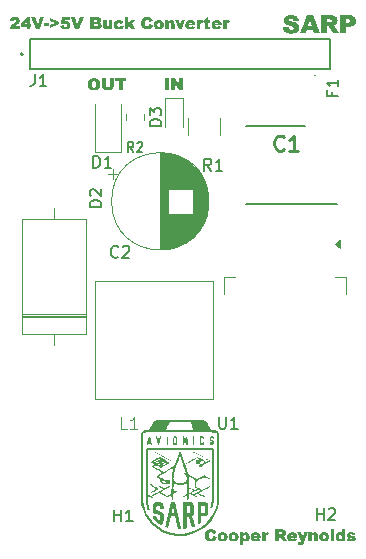
<source format=gbr>
%TF.GenerationSoftware,KiCad,Pcbnew,8.0.7*%
%TF.CreationDate,2025-03-15T22:57:34-07:00*%
%TF.ProjectId,Buck5,4275636b-352e-46b6-9963-61645f706362,rev?*%
%TF.SameCoordinates,Original*%
%TF.FileFunction,Legend,Top*%
%TF.FilePolarity,Positive*%
%FSLAX46Y46*%
G04 Gerber Fmt 4.6, Leading zero omitted, Abs format (unit mm)*
G04 Created by KiCad (PCBNEW 8.0.7) date 2025-03-15 22:57:34*
%MOMM*%
%LPD*%
G01*
G04 APERTURE LIST*
%ADD10C,0.250000*%
%ADD11C,0.150000*%
%ADD12C,0.300000*%
%ADD13C,0.100000*%
%ADD14C,0.254000*%
%ADD15C,0.120000*%
%ADD16C,0.000000*%
%ADD17C,0.127000*%
%ADD18C,0.200000*%
G04 APERTURE END LIST*
D10*
G36*
X104539609Y-75678699D02*
G01*
X104597784Y-75685076D01*
X104652327Y-75695705D01*
X104703236Y-75710585D01*
X104750512Y-75729716D01*
X104794155Y-75753098D01*
X104843600Y-75788305D01*
X104870542Y-75812617D01*
X104910438Y-75857766D01*
X104943572Y-75908187D01*
X104965210Y-75952318D01*
X104982521Y-75999823D01*
X104995504Y-76050702D01*
X105004159Y-76104955D01*
X105008487Y-76162581D01*
X105009028Y-76192659D01*
X105007549Y-76246380D01*
X105003113Y-76297025D01*
X104993885Y-76353737D01*
X104980398Y-76406018D01*
X104962653Y-76453869D01*
X104948456Y-76483308D01*
X104919479Y-76530695D01*
X104885337Y-76573267D01*
X104846029Y-76611024D01*
X104801555Y-76643966D01*
X104773822Y-76660628D01*
X104729100Y-76682126D01*
X104680480Y-76699177D01*
X104627961Y-76711779D01*
X104571543Y-76719933D01*
X104521551Y-76723331D01*
X104490256Y-76723887D01*
X104437878Y-76722557D01*
X104388361Y-76718568D01*
X104332720Y-76710271D01*
X104281200Y-76698143D01*
X104233801Y-76682186D01*
X104204492Y-76669421D01*
X104156861Y-76642446D01*
X104113344Y-76609394D01*
X104073941Y-76570265D01*
X104043441Y-76531888D01*
X104020333Y-76496497D01*
X103996428Y-76450014D01*
X103977468Y-76399410D01*
X103963455Y-76344685D01*
X103955555Y-76295932D01*
X103951090Y-76244316D01*
X103949991Y-76200963D01*
X104276788Y-76200963D01*
X104278703Y-76253064D01*
X104285777Y-76306404D01*
X104300245Y-76357546D01*
X104324659Y-76402564D01*
X104331254Y-76410768D01*
X104369265Y-76443998D01*
X104414907Y-76464921D01*
X104468183Y-76473536D01*
X104479754Y-76473782D01*
X104530681Y-76468914D01*
X104579110Y-76452084D01*
X104618952Y-76423233D01*
X104629230Y-76412233D01*
X104654851Y-76369476D01*
X104670586Y-76318040D01*
X104678919Y-76262665D01*
X104682024Y-76207499D01*
X104682231Y-76187530D01*
X104679590Y-76131267D01*
X104671666Y-76082156D01*
X104656141Y-76034788D01*
X104630428Y-75992666D01*
X104627032Y-75988716D01*
X104588669Y-75956001D01*
X104542578Y-75935402D01*
X104488758Y-75926921D01*
X104477067Y-75926678D01*
X104424045Y-75932832D01*
X104377939Y-75951293D01*
X104338750Y-75982062D01*
X104331743Y-75989693D01*
X104305178Y-76031881D01*
X104288863Y-76080703D01*
X104280223Y-76132163D01*
X104277003Y-76182764D01*
X104276788Y-76200963D01*
X103949991Y-76200963D01*
X103952174Y-76140811D01*
X103958723Y-76084062D01*
X103969637Y-76030718D01*
X103984918Y-75980778D01*
X104004564Y-75934242D01*
X104028576Y-75891111D01*
X104064731Y-75841983D01*
X104089698Y-75815059D01*
X104126323Y-75782602D01*
X104166344Y-75754472D01*
X104209762Y-75730670D01*
X104256577Y-75711195D01*
X104306788Y-75696048D01*
X104360395Y-75685229D01*
X104417399Y-75678738D01*
X104477800Y-75676574D01*
X104539609Y-75678699D01*
G37*
G36*
X105809900Y-75692205D02*
G01*
X106135965Y-75692205D01*
X106135965Y-76295241D01*
X106133723Y-76344928D01*
X106125976Y-76398413D01*
X106112696Y-76450086D01*
X106107632Y-76465234D01*
X106086776Y-76513372D01*
X106059623Y-76557645D01*
X106026174Y-76598055D01*
X106018728Y-76605674D01*
X105980250Y-76639720D01*
X105936492Y-76669071D01*
X105891233Y-76689937D01*
X105842919Y-76704790D01*
X105790056Y-76715400D01*
X105740069Y-76721202D01*
X105686599Y-76723754D01*
X105670682Y-76723887D01*
X105618158Y-76722646D01*
X105567554Y-76719364D01*
X105514231Y-76714031D01*
X105508749Y-76713385D01*
X105456690Y-76704970D01*
X105405761Y-76691085D01*
X105361471Y-76672352D01*
X105318182Y-76645447D01*
X105277711Y-76611261D01*
X105252294Y-76584424D01*
X105221901Y-76544670D01*
X105197171Y-76500248D01*
X105184394Y-76466211D01*
X105170345Y-76413781D01*
X105160893Y-76364751D01*
X105155784Y-76314261D01*
X105155330Y-76295241D01*
X105155330Y-75692205D01*
X105481394Y-75692205D01*
X105481394Y-76308186D01*
X105486502Y-76357989D01*
X105505711Y-76406280D01*
X105524625Y-76430307D01*
X105565632Y-76458456D01*
X105613574Y-76471702D01*
X105646013Y-76473782D01*
X105695064Y-76468732D01*
X105742688Y-76449740D01*
X105766425Y-76431040D01*
X105794574Y-76390026D01*
X105807820Y-76341363D01*
X105809900Y-76308186D01*
X105809900Y-75692205D01*
G37*
G36*
X106249293Y-75692205D02*
G01*
X107210877Y-75692205D01*
X107210877Y-75942310D01*
X106893606Y-75942310D01*
X106893606Y-76708256D01*
X106566809Y-76708256D01*
X106566809Y-75942310D01*
X106249293Y-75942310D01*
X106249293Y-75692205D01*
G37*
D11*
G36*
X114567471Y-114467994D02*
G01*
X114855189Y-114551281D01*
X114840786Y-114602677D01*
X114823439Y-114649796D01*
X114800007Y-114698407D01*
X114772728Y-114741432D01*
X114765307Y-114751316D01*
X114729211Y-114791873D01*
X114688517Y-114826440D01*
X114643224Y-114855019D01*
X114616075Y-114868308D01*
X114568509Y-114885512D01*
X114514958Y-114897800D01*
X114463193Y-114904521D01*
X114406847Y-114907477D01*
X114389906Y-114907631D01*
X114339542Y-114906456D01*
X114282961Y-114901945D01*
X114230588Y-114894051D01*
X114182423Y-114882774D01*
X114131548Y-114865342D01*
X114118064Y-114859515D01*
X114073174Y-114834982D01*
X114031043Y-114803482D01*
X113991669Y-114765018D01*
X113960116Y-114726504D01*
X113935370Y-114690499D01*
X113909307Y-114642726D01*
X113888636Y-114590264D01*
X113875529Y-114542965D01*
X113866167Y-114492410D01*
X113860550Y-114438599D01*
X113858678Y-114381532D01*
X113860788Y-114320685D01*
X113867119Y-114263441D01*
X113877671Y-114209799D01*
X113892444Y-114159759D01*
X113911438Y-114113323D01*
X113941116Y-114060343D01*
X113977388Y-114012992D01*
X113993744Y-113995628D01*
X114038742Y-113956647D01*
X114089166Y-113924273D01*
X114133412Y-113903131D01*
X114181131Y-113886217D01*
X114232323Y-113873532D01*
X114286987Y-113865075D01*
X114345125Y-113860846D01*
X114375496Y-113860318D01*
X114433719Y-113862238D01*
X114487948Y-113867998D01*
X114538181Y-113877598D01*
X114593187Y-113894188D01*
X114642440Y-113916307D01*
X114679090Y-113938964D01*
X114718766Y-113971693D01*
X114754629Y-114010897D01*
X114786680Y-114056575D01*
X114810477Y-114099586D01*
X114831627Y-114147093D01*
X114846640Y-114188336D01*
X114556235Y-114252572D01*
X114538409Y-114204684D01*
X114524972Y-114181009D01*
X114489443Y-114144677D01*
X114463912Y-114128741D01*
X114415387Y-114112998D01*
X114383067Y-114110422D01*
X114329662Y-114116740D01*
X114283754Y-114135693D01*
X114245341Y-114167281D01*
X114227240Y-114190290D01*
X114205602Y-114234535D01*
X114192979Y-114286061D01*
X114187209Y-114341172D01*
X114186207Y-114380066D01*
X114187916Y-114436736D01*
X114193042Y-114486209D01*
X114203342Y-114534834D01*
X114223420Y-114582960D01*
X114234812Y-114599152D01*
X114273071Y-114632387D01*
X114320680Y-114651826D01*
X114372076Y-114657526D01*
X114421683Y-114653042D01*
X114470318Y-114635823D01*
X114501769Y-114611609D01*
X114531616Y-114569774D01*
X114551714Y-114523893D01*
X114566090Y-114474035D01*
X114567471Y-114467994D01*
G37*
G36*
X115409387Y-114128092D02*
G01*
X115459980Y-114134206D01*
X115518444Y-114147579D01*
X115571602Y-114167321D01*
X115619452Y-114193432D01*
X115661995Y-114225911D01*
X115692209Y-114256480D01*
X115723502Y-114297564D01*
X115748320Y-114342049D01*
X115766664Y-114389934D01*
X115778533Y-114441219D01*
X115783929Y-114495904D01*
X115784288Y-114514889D01*
X115781504Y-114567254D01*
X115773150Y-114616578D01*
X115755773Y-114671754D01*
X115730377Y-114722549D01*
X115696960Y-114768966D01*
X115670227Y-114797478D01*
X115632542Y-114829211D01*
X115590624Y-114855566D01*
X115544472Y-114876543D01*
X115494086Y-114892141D01*
X115439466Y-114902360D01*
X115380613Y-114907201D01*
X115355886Y-114907631D01*
X115301686Y-114905401D01*
X115250824Y-114898710D01*
X115194198Y-114884794D01*
X115142380Y-114864455D01*
X115095371Y-114837694D01*
X115066703Y-114816284D01*
X115027440Y-114779075D01*
X114994833Y-114738432D01*
X114968879Y-114694354D01*
X114949581Y-114646841D01*
X114936937Y-114595893D01*
X114930948Y-114541511D01*
X114930415Y-114518796D01*
X114930534Y-114516598D01*
X115226438Y-114516598D01*
X115229394Y-114567182D01*
X115241035Y-114617883D01*
X115263807Y-114659236D01*
X115302973Y-114691669D01*
X115350403Y-114704244D01*
X115357352Y-114704421D01*
X115406074Y-114694654D01*
X115445995Y-114665352D01*
X115450653Y-114659969D01*
X115474531Y-114614261D01*
X115484616Y-114566319D01*
X115487533Y-114513667D01*
X115484597Y-114464421D01*
X115473031Y-114414883D01*
X115450408Y-114374205D01*
X115411901Y-114341947D01*
X115362663Y-114329308D01*
X115359306Y-114329264D01*
X115309789Y-114339300D01*
X115268860Y-114369407D01*
X115264051Y-114374937D01*
X115239698Y-114420351D01*
X115228789Y-114471749D01*
X115226438Y-114516598D01*
X114930534Y-114516598D01*
X114933224Y-114466835D01*
X114941650Y-114417808D01*
X114959175Y-114362847D01*
X114984789Y-114312112D01*
X115018492Y-114265601D01*
X115045454Y-114236940D01*
X115083353Y-114204995D01*
X115125152Y-114178465D01*
X115170851Y-114157349D01*
X115220450Y-114141647D01*
X115273948Y-114131360D01*
X115331347Y-114126487D01*
X115355398Y-114126054D01*
X115409387Y-114128092D01*
G37*
G36*
X116342395Y-114128092D02*
G01*
X116392987Y-114134206D01*
X116451452Y-114147579D01*
X116504609Y-114167321D01*
X116552460Y-114193432D01*
X116595003Y-114225911D01*
X116625217Y-114256480D01*
X116656509Y-114297564D01*
X116681328Y-114342049D01*
X116699671Y-114389934D01*
X116711541Y-114441219D01*
X116716936Y-114495904D01*
X116717296Y-114514889D01*
X116714511Y-114567254D01*
X116706157Y-114616578D01*
X116688781Y-114671754D01*
X116663384Y-114722549D01*
X116629968Y-114768966D01*
X116603235Y-114797478D01*
X116565550Y-114829211D01*
X116523632Y-114855566D01*
X116477479Y-114876543D01*
X116427094Y-114892141D01*
X116372474Y-114902360D01*
X116313621Y-114907201D01*
X116288894Y-114907631D01*
X116234693Y-114905401D01*
X116183832Y-114898710D01*
X116127205Y-114884794D01*
X116075388Y-114864455D01*
X116028379Y-114837694D01*
X115999711Y-114816284D01*
X115960448Y-114779075D01*
X115927840Y-114738432D01*
X115901887Y-114694354D01*
X115882589Y-114646841D01*
X115869945Y-114595893D01*
X115863955Y-114541511D01*
X115863423Y-114518796D01*
X115863542Y-114516598D01*
X116159445Y-114516598D01*
X116162401Y-114567182D01*
X116174043Y-114617883D01*
X116196815Y-114659236D01*
X116235980Y-114691669D01*
X116283411Y-114704244D01*
X116290360Y-114704421D01*
X116339082Y-114694654D01*
X116379003Y-114665352D01*
X116383660Y-114659969D01*
X116407539Y-114614261D01*
X116417624Y-114566319D01*
X116420541Y-114513667D01*
X116417604Y-114464421D01*
X116406039Y-114414883D01*
X116383416Y-114374205D01*
X116344909Y-114341947D01*
X116295671Y-114329308D01*
X116292314Y-114329264D01*
X116242797Y-114339300D01*
X116201867Y-114369407D01*
X116197059Y-114374937D01*
X116172706Y-114420351D01*
X116161796Y-114471749D01*
X116159445Y-114516598D01*
X115863542Y-114516598D01*
X115866232Y-114466835D01*
X115874657Y-114417808D01*
X115892183Y-114362847D01*
X115917797Y-114312112D01*
X115951499Y-114265601D01*
X115978461Y-114236940D01*
X116016361Y-114204995D01*
X116058160Y-114178465D01*
X116103859Y-114157349D01*
X116153458Y-114141647D01*
X116206956Y-114131360D01*
X116264354Y-114126487D01*
X116288406Y-114126054D01*
X116342395Y-114128092D01*
G37*
G36*
X117390703Y-114130107D02*
G01*
X117439885Y-114142266D01*
X117491164Y-114166696D01*
X117535875Y-114202158D01*
X117568971Y-114241337D01*
X117596777Y-114286339D01*
X117618831Y-114335069D01*
X117635131Y-114387524D01*
X117645678Y-114443707D01*
X117650073Y-114493373D01*
X117650792Y-114524414D01*
X117648610Y-114580369D01*
X117642062Y-114632067D01*
X117628444Y-114688484D01*
X117608540Y-114738771D01*
X117582351Y-114782926D01*
X117561399Y-114808957D01*
X117520034Y-114847405D01*
X117474158Y-114876410D01*
X117423770Y-114895971D01*
X117368871Y-114906089D01*
X117335475Y-114907631D01*
X117283590Y-114904285D01*
X117235494Y-114894248D01*
X117214575Y-114887359D01*
X117168933Y-114866690D01*
X117130311Y-114839243D01*
X117130311Y-115173367D01*
X116832334Y-115173367D01*
X116832334Y-114520995D01*
X117128113Y-114520995D01*
X117130837Y-114570203D01*
X117141565Y-114619589D01*
X117162551Y-114659969D01*
X117201324Y-114693308D01*
X117248769Y-114704421D01*
X117297228Y-114689525D01*
X117324728Y-114662167D01*
X117344812Y-114617237D01*
X117353293Y-114568522D01*
X117355747Y-114514156D01*
X117353177Y-114463924D01*
X117343058Y-114413864D01*
X117323263Y-114373472D01*
X117285216Y-114338978D01*
X117245349Y-114329264D01*
X117197081Y-114341810D01*
X117161818Y-114373716D01*
X117139995Y-114419468D01*
X117130779Y-114467772D01*
X117128113Y-114520995D01*
X116832334Y-114520995D01*
X116832334Y-114141685D01*
X117109550Y-114141685D01*
X117109550Y-114226926D01*
X117144173Y-114192182D01*
X117186326Y-114162412D01*
X117197966Y-114156340D01*
X117246899Y-114137884D01*
X117295012Y-114128450D01*
X117336696Y-114126054D01*
X117390703Y-114130107D01*
G37*
G36*
X118205928Y-114127711D02*
G01*
X118258415Y-114132683D01*
X118313790Y-114142672D01*
X118362854Y-114157173D01*
X118399885Y-114173193D01*
X118443406Y-114199296D01*
X118481401Y-114230712D01*
X118513870Y-114267440D01*
X118540813Y-114309480D01*
X118562078Y-114357459D01*
X118575700Y-114404824D01*
X118584671Y-114457216D01*
X118588658Y-114506123D01*
X118589418Y-114540778D01*
X118589418Y-114579369D01*
X118029857Y-114579369D01*
X118042464Y-114628996D01*
X118063318Y-114661678D01*
X118104245Y-114692358D01*
X118151836Y-114704045D01*
X118163214Y-114704421D01*
X118213037Y-114696532D01*
X118237708Y-114686103D01*
X118276752Y-114653099D01*
X118287045Y-114641406D01*
X118578182Y-114674623D01*
X118551232Y-114720279D01*
X118522770Y-114760524D01*
X118487654Y-114800641D01*
X118450481Y-114833394D01*
X118416982Y-114855607D01*
X118366576Y-114878368D01*
X118314507Y-114892949D01*
X118263961Y-114901484D01*
X118207953Y-114906361D01*
X118157108Y-114907631D01*
X118104317Y-114906163D01*
X118048197Y-114900738D01*
X117997968Y-114891316D01*
X117947776Y-114875654D01*
X117925565Y-114865866D01*
X117880054Y-114838332D01*
X117839141Y-114802994D01*
X117806633Y-114765029D01*
X117784637Y-114732509D01*
X117760274Y-114684866D01*
X117742872Y-114633285D01*
X117733355Y-114584921D01*
X117729167Y-114533542D01*
X117728950Y-114518308D01*
X117731681Y-114465140D01*
X117738591Y-114423053D01*
X118030834Y-114423053D01*
X118288266Y-114423053D01*
X118271136Y-114375954D01*
X118248699Y-114352956D01*
X118201826Y-114333174D01*
X118160527Y-114329264D01*
X118109917Y-114336183D01*
X118066691Y-114358952D01*
X118059411Y-114365412D01*
X118033955Y-114408190D01*
X118030834Y-114423053D01*
X117738591Y-114423053D01*
X117739874Y-114415239D01*
X117756916Y-114359672D01*
X117781823Y-114308811D01*
X117814595Y-114262654D01*
X117840813Y-114234498D01*
X117885724Y-114197644D01*
X117936560Y-114168415D01*
X117983449Y-114149882D01*
X118034453Y-114136644D01*
X118089571Y-114128701D01*
X118148803Y-114126054D01*
X118205928Y-114127711D01*
G37*
G36*
X118699571Y-114141685D02*
G01*
X118977031Y-114141685D01*
X118977031Y-114236696D01*
X119003388Y-114194575D01*
X119040139Y-114158755D01*
X119042732Y-114156829D01*
X119086410Y-114134739D01*
X119134922Y-114126324D01*
X119146291Y-114126054D01*
X119196609Y-114131962D01*
X119247139Y-114147756D01*
X119291616Y-114168064D01*
X119199292Y-114383730D01*
X119151237Y-114366328D01*
X119116982Y-114360527D01*
X119069484Y-114372452D01*
X119038336Y-114402781D01*
X119016182Y-114452455D01*
X119005557Y-114500198D01*
X118999649Y-114549623D01*
X118996695Y-114606896D01*
X118996326Y-114638475D01*
X118996326Y-114892000D01*
X118699571Y-114892000D01*
X118699571Y-114141685D01*
G37*
G36*
X120386498Y-113876834D02*
G01*
X120441397Y-113880101D01*
X120496211Y-113886783D01*
X120547767Y-113898060D01*
X120557771Y-113901106D01*
X120603685Y-113921075D01*
X120643733Y-113949535D01*
X120677912Y-113986486D01*
X120684044Y-113994896D01*
X120709547Y-114040653D01*
X120725604Y-114092135D01*
X120731979Y-114143363D01*
X120732404Y-114161469D01*
X120728803Y-114212607D01*
X120716521Y-114263570D01*
X120695524Y-114308992D01*
X120666936Y-114348872D01*
X120631883Y-114383211D01*
X120594407Y-114409620D01*
X120550311Y-114431625D01*
X120510143Y-114444058D01*
X120555313Y-114465602D01*
X120567052Y-114473612D01*
X120602452Y-114509698D01*
X120618099Y-114528810D01*
X120648590Y-114569571D01*
X120662795Y-114593046D01*
X120819110Y-114892000D01*
X120449815Y-114892000D01*
X120281532Y-114581811D01*
X120255933Y-114539182D01*
X120227554Y-114507317D01*
X120182304Y-114488148D01*
X120155747Y-114485579D01*
X120135963Y-114485579D01*
X120135963Y-114892000D01*
X119807945Y-114892000D01*
X119807945Y-114282369D01*
X120135963Y-114282369D01*
X120259306Y-114282369D01*
X120309365Y-114275430D01*
X120340150Y-114268936D01*
X120382877Y-114244512D01*
X120386312Y-114240360D01*
X120403863Y-114194518D01*
X120404142Y-114187115D01*
X120392979Y-114139449D01*
X120375565Y-114118727D01*
X120330229Y-114100050D01*
X120279882Y-114095001D01*
X120264923Y-114094791D01*
X120135963Y-114094791D01*
X120135963Y-114282369D01*
X119807945Y-114282369D01*
X119807945Y-113875949D01*
X120334288Y-113875949D01*
X120386498Y-113876834D01*
G37*
G36*
X121298042Y-114127711D02*
G01*
X121350529Y-114132683D01*
X121405904Y-114142672D01*
X121454968Y-114157173D01*
X121492000Y-114173193D01*
X121535521Y-114199296D01*
X121573516Y-114230712D01*
X121605985Y-114267440D01*
X121632928Y-114309480D01*
X121654192Y-114357459D01*
X121667815Y-114404824D01*
X121676785Y-114457216D01*
X121680773Y-114506123D01*
X121681532Y-114540778D01*
X121681532Y-114579369D01*
X121121972Y-114579369D01*
X121134578Y-114628996D01*
X121155433Y-114661678D01*
X121196359Y-114692358D01*
X121243950Y-114704045D01*
X121255328Y-114704421D01*
X121305152Y-114696532D01*
X121329822Y-114686103D01*
X121368867Y-114653099D01*
X121379159Y-114641406D01*
X121670297Y-114674623D01*
X121643346Y-114720279D01*
X121614884Y-114760524D01*
X121579769Y-114800641D01*
X121542596Y-114833394D01*
X121509096Y-114855607D01*
X121458691Y-114878368D01*
X121406622Y-114892949D01*
X121356075Y-114901484D01*
X121300067Y-114906361D01*
X121249222Y-114907631D01*
X121196431Y-114906163D01*
X121140312Y-114900738D01*
X121090083Y-114891316D01*
X121039891Y-114875654D01*
X121017680Y-114865866D01*
X120972168Y-114838332D01*
X120931255Y-114802994D01*
X120898748Y-114765029D01*
X120876752Y-114732509D01*
X120852389Y-114684866D01*
X120834986Y-114633285D01*
X120825469Y-114584921D01*
X120821282Y-114533542D01*
X120821064Y-114518308D01*
X120823795Y-114465140D01*
X120830706Y-114423053D01*
X121122949Y-114423053D01*
X121380381Y-114423053D01*
X121363250Y-114375954D01*
X121340813Y-114352956D01*
X121293940Y-114333174D01*
X121252642Y-114329264D01*
X121202032Y-114336183D01*
X121158805Y-114358952D01*
X121151525Y-114365412D01*
X121126069Y-114408190D01*
X121122949Y-114423053D01*
X120830706Y-114423053D01*
X120831989Y-114415239D01*
X120849030Y-114359672D01*
X120873937Y-114308811D01*
X120906710Y-114262654D01*
X120932928Y-114234498D01*
X120977839Y-114197644D01*
X121028675Y-114168415D01*
X121075564Y-114149882D01*
X121126567Y-114136644D01*
X121181685Y-114128701D01*
X121240918Y-114126054D01*
X121298042Y-114127711D01*
G37*
G36*
X121687394Y-114141685D02*
G01*
X122000269Y-114141685D01*
X122144616Y-114611120D01*
X122278461Y-114141685D01*
X122571064Y-114141685D01*
X122277973Y-114937184D01*
X122259028Y-114984869D01*
X122236730Y-115032774D01*
X122210989Y-115077333D01*
X122178427Y-115117748D01*
X122175147Y-115120855D01*
X122132633Y-115150668D01*
X122087595Y-115169767D01*
X122035240Y-115182344D01*
X121984542Y-115187934D01*
X121947757Y-115188999D01*
X121897403Y-115187007D01*
X121843495Y-115182416D01*
X121793660Y-115177001D01*
X121753828Y-115172146D01*
X121729648Y-114962097D01*
X121778603Y-114975586D01*
X121828079Y-114983475D01*
X121873507Y-114985789D01*
X121922736Y-114978212D01*
X121948978Y-114964295D01*
X121981168Y-114924644D01*
X121997094Y-114888580D01*
X121687394Y-114141685D01*
G37*
G36*
X122627240Y-114141685D02*
G01*
X122903235Y-114141685D01*
X122903235Y-114246466D01*
X122939539Y-114207585D01*
X122980309Y-114175574D01*
X123009969Y-114158050D01*
X123059691Y-114138552D01*
X123111848Y-114128585D01*
X123159201Y-114126054D01*
X123208976Y-114129490D01*
X123259794Y-114141832D01*
X123304139Y-114163150D01*
X123346291Y-114197861D01*
X123375997Y-114238543D01*
X123397216Y-114288781D01*
X123408820Y-114340578D01*
X123413594Y-114390798D01*
X123414191Y-114417924D01*
X123414191Y-114892000D01*
X123117680Y-114892000D01*
X123117680Y-114479473D01*
X123113239Y-114429057D01*
X123094477Y-114386905D01*
X123051154Y-114362614D01*
X123028775Y-114360527D01*
X122978998Y-114373357D01*
X122952083Y-114396919D01*
X122930871Y-114444332D01*
X122923569Y-114496292D01*
X122922530Y-114530764D01*
X122922530Y-114892000D01*
X122627240Y-114892000D01*
X122627240Y-114141685D01*
G37*
G36*
X124004781Y-114128092D02*
G01*
X124055374Y-114134206D01*
X124113838Y-114147579D01*
X124166996Y-114167321D01*
X124214846Y-114193432D01*
X124257390Y-114225911D01*
X124287603Y-114256480D01*
X124318896Y-114297564D01*
X124343714Y-114342049D01*
X124362058Y-114389934D01*
X124373928Y-114441219D01*
X124379323Y-114495904D01*
X124379683Y-114514889D01*
X124376898Y-114567254D01*
X124368544Y-114616578D01*
X124351167Y-114671754D01*
X124325771Y-114722549D01*
X124292354Y-114768966D01*
X124265621Y-114797478D01*
X124227937Y-114829211D01*
X124186018Y-114855566D01*
X124139866Y-114876543D01*
X124089480Y-114892141D01*
X124034861Y-114902360D01*
X123976007Y-114907201D01*
X123951281Y-114907631D01*
X123897080Y-114905401D01*
X123846218Y-114898710D01*
X123789592Y-114884794D01*
X123737774Y-114864455D01*
X123690765Y-114837694D01*
X123662097Y-114816284D01*
X123622835Y-114779075D01*
X123590227Y-114738432D01*
X123564274Y-114694354D01*
X123544975Y-114646841D01*
X123532331Y-114595893D01*
X123526342Y-114541511D01*
X123525810Y-114518796D01*
X123525929Y-114516598D01*
X123821832Y-114516598D01*
X123824788Y-114567182D01*
X123836429Y-114617883D01*
X123859201Y-114659236D01*
X123898367Y-114691669D01*
X123945798Y-114704244D01*
X123952746Y-114704421D01*
X124001468Y-114694654D01*
X124041389Y-114665352D01*
X124046047Y-114659969D01*
X124069926Y-114614261D01*
X124080010Y-114566319D01*
X124082928Y-114513667D01*
X124079991Y-114464421D01*
X124068426Y-114414883D01*
X124045803Y-114374205D01*
X124007295Y-114341947D01*
X123958057Y-114329308D01*
X123954700Y-114329264D01*
X123905184Y-114339300D01*
X123864254Y-114369407D01*
X123859445Y-114374937D01*
X123835092Y-114420351D01*
X123824183Y-114471749D01*
X123821832Y-114516598D01*
X123525929Y-114516598D01*
X123528618Y-114466835D01*
X123537044Y-114417808D01*
X123554569Y-114362847D01*
X123580183Y-114312112D01*
X123613886Y-114265601D01*
X123640848Y-114236940D01*
X123678747Y-114204995D01*
X123720547Y-114178465D01*
X123766246Y-114157349D01*
X123815844Y-114141647D01*
X123869343Y-114131360D01*
X123926741Y-114126487D01*
X123950792Y-114126054D01*
X124004781Y-114128092D01*
G37*
G36*
X124502781Y-113875949D02*
G01*
X124798803Y-113875949D01*
X124798803Y-114892000D01*
X124502781Y-114892000D01*
X124502781Y-113875949D01*
G37*
G36*
X125742802Y-114892000D02*
G01*
X125465586Y-114892000D01*
X125465586Y-114806515D01*
X125430489Y-114841733D01*
X125388089Y-114871750D01*
X125376438Y-114877833D01*
X125327952Y-114895991D01*
X125275550Y-114905769D01*
X125238441Y-114907631D01*
X125183563Y-114903535D01*
X125133786Y-114891248D01*
X125089110Y-114870768D01*
X125049534Y-114842098D01*
X125015059Y-114805235D01*
X125004700Y-114791127D01*
X124977392Y-114745721D01*
X124955733Y-114696880D01*
X124939725Y-114644604D01*
X124929366Y-114588894D01*
X124925050Y-114539845D01*
X124924570Y-114519041D01*
X125219390Y-114519041D01*
X125221921Y-114569745D01*
X125231888Y-114620172D01*
X125251385Y-114660702D01*
X125289570Y-114694815D01*
X125329787Y-114704421D01*
X125377987Y-114691944D01*
X125413074Y-114660213D01*
X125435055Y-114614341D01*
X125444338Y-114565778D01*
X125447024Y-114512202D01*
X125443661Y-114458507D01*
X125432193Y-114410461D01*
X125412586Y-114373960D01*
X125373812Y-114340438D01*
X125326368Y-114329264D01*
X125277909Y-114344332D01*
X125250408Y-114372006D01*
X125230325Y-114416893D01*
X125221843Y-114465245D01*
X125219390Y-114519041D01*
X124924570Y-114519041D01*
X124924344Y-114509271D01*
X124926515Y-114453521D01*
X124933026Y-114401981D01*
X124946570Y-114345689D01*
X124966365Y-114295460D01*
X124992412Y-114251293D01*
X125013249Y-114225217D01*
X125054554Y-114186578D01*
X125100463Y-114157430D01*
X125150978Y-114137771D01*
X125206097Y-114127603D01*
X125239662Y-114126054D01*
X125291981Y-114129400D01*
X125340188Y-114139437D01*
X125361050Y-114146326D01*
X125406585Y-114166873D01*
X125444826Y-114194442D01*
X125444826Y-113875949D01*
X125742802Y-113875949D01*
X125742802Y-114892000D01*
G37*
G36*
X125840988Y-114674135D02*
G01*
X126133591Y-114641162D01*
X126154534Y-114686713D01*
X126180729Y-114715412D01*
X126227287Y-114733289D01*
X126258643Y-114735684D01*
X126308773Y-114729480D01*
X126341441Y-114713702D01*
X126362202Y-114676089D01*
X126334847Y-114637498D01*
X126286942Y-114623356D01*
X126234308Y-114612964D01*
X126216877Y-114609899D01*
X126165031Y-114600568D01*
X126112401Y-114589943D01*
X126062614Y-114578143D01*
X126012202Y-114562516D01*
X125968072Y-114539257D01*
X125929747Y-114505599D01*
X125914016Y-114486556D01*
X125889458Y-114443944D01*
X125875645Y-114392974D01*
X125873716Y-114363458D01*
X125878853Y-114314193D01*
X125896176Y-114266044D01*
X125917191Y-114233765D01*
X125954263Y-114196716D01*
X125996090Y-114169755D01*
X126035893Y-114152676D01*
X126087752Y-114138637D01*
X126136211Y-114131150D01*
X126190868Y-114126990D01*
X126235928Y-114126054D01*
X126290370Y-114127071D01*
X126344603Y-114130723D01*
X126395434Y-114138007D01*
X126431567Y-114147303D01*
X126479895Y-114168478D01*
X126521290Y-114197473D01*
X126538057Y-114213493D01*
X126568568Y-114252934D01*
X126593821Y-114299167D01*
X126612551Y-114344163D01*
X126330939Y-114360771D01*
X126303236Y-114319258D01*
X126297966Y-114315831D01*
X126251363Y-114300108D01*
X126222251Y-114298001D01*
X126172915Y-114304927D01*
X126158503Y-114312655D01*
X126139452Y-114346849D01*
X126162655Y-114379578D01*
X126212535Y-114393368D01*
X126263181Y-114401035D01*
X126279648Y-114403025D01*
X126329823Y-114409342D01*
X126382065Y-114417862D01*
X126433471Y-114429117D01*
X126480719Y-114443712D01*
X126489697Y-114447233D01*
X126533743Y-114469881D01*
X126573105Y-114501434D01*
X126596675Y-114529787D01*
X126620870Y-114575219D01*
X126632730Y-114624199D01*
X126634044Y-114648001D01*
X126627554Y-114700224D01*
X126610043Y-114747427D01*
X126594721Y-114774519D01*
X126562405Y-114813664D01*
X126523860Y-114844042D01*
X126476586Y-114869459D01*
X126471378Y-114871727D01*
X126419442Y-114889083D01*
X126365426Y-114899742D01*
X126312102Y-114905387D01*
X126261892Y-114907491D01*
X126244233Y-114907631D01*
X126183773Y-114906206D01*
X126128942Y-114901930D01*
X126079741Y-114894805D01*
X126028129Y-114882491D01*
X125978161Y-114862938D01*
X125954561Y-114849257D01*
X125914856Y-114816422D01*
X125882692Y-114776289D01*
X125858069Y-114728861D01*
X125842710Y-114681375D01*
X125840988Y-114674135D01*
G37*
D12*
G36*
X120468173Y-71346840D02*
G01*
X120935288Y-71317531D01*
X120949027Y-71390268D01*
X120975654Y-71461555D01*
X120992807Y-71488257D01*
X121047173Y-71538317D01*
X121115565Y-71567598D01*
X121189911Y-71576184D01*
X121264884Y-71568050D01*
X121332542Y-71536301D01*
X121335724Y-71533686D01*
X121380308Y-71472220D01*
X121386282Y-71435867D01*
X121361678Y-71366382D01*
X121338655Y-71342078D01*
X121269753Y-71304882D01*
X121198056Y-71281636D01*
X121116322Y-71261412D01*
X121104914Y-71258913D01*
X121030188Y-71241236D01*
X120944539Y-71217079D01*
X120867513Y-71190632D01*
X120799110Y-71161895D01*
X120728407Y-71124389D01*
X120661614Y-71076464D01*
X120608652Y-71022603D01*
X120564053Y-70953578D01*
X120536444Y-70876584D01*
X120526223Y-70802678D01*
X120525692Y-70780441D01*
X120533874Y-70700687D01*
X120558421Y-70624137D01*
X120594935Y-70557325D01*
X120645131Y-70496081D01*
X120701749Y-70448609D01*
X120769204Y-70408381D01*
X120802664Y-70392828D01*
X120877997Y-70366862D01*
X120954208Y-70350227D01*
X121027177Y-70340490D01*
X121107205Y-70334926D01*
X121179286Y-70333477D01*
X121267620Y-70336133D01*
X121349209Y-70344103D01*
X121424054Y-70357385D01*
X121504967Y-70380337D01*
X121576167Y-70410940D01*
X121628083Y-70442287D01*
X121690243Y-70496606D01*
X121740482Y-70564354D01*
X121774056Y-70633111D01*
X121798871Y-70711735D01*
X121812860Y-70784791D01*
X121814928Y-70800225D01*
X121351844Y-70826603D01*
X121331277Y-70752283D01*
X121290358Y-70688868D01*
X121280769Y-70680424D01*
X121212825Y-70647549D01*
X121139014Y-70638333D01*
X121133124Y-70638292D01*
X121058794Y-70648029D01*
X121018452Y-70669066D01*
X120981412Y-70734412D01*
X120981083Y-70742339D01*
X121011125Y-70796928D01*
X121079184Y-70828347D01*
X121154644Y-70847392D01*
X121162067Y-70848951D01*
X121236296Y-70865129D01*
X121321467Y-70885511D01*
X121398176Y-70906073D01*
X121479058Y-70930983D01*
X121558021Y-70960370D01*
X121604269Y-70981575D01*
X121674339Y-71022572D01*
X121732876Y-71068902D01*
X121784388Y-71126633D01*
X121801006Y-71151568D01*
X121833657Y-71217585D01*
X121854215Y-71288325D01*
X121862680Y-71363788D01*
X121862922Y-71379447D01*
X121856402Y-71460700D01*
X121836840Y-71538360D01*
X121804238Y-71612427D01*
X121780490Y-71652022D01*
X121735244Y-71710526D01*
X121681938Y-71761473D01*
X121620572Y-71804864D01*
X121551146Y-71840699D01*
X121473156Y-71868589D01*
X121397176Y-71886456D01*
X121313974Y-71898221D01*
X121236909Y-71903451D01*
X121182584Y-71904447D01*
X121088766Y-71902037D01*
X121002401Y-71894807D01*
X120923490Y-71882757D01*
X120852031Y-71865887D01*
X120773190Y-71838021D01*
X120705994Y-71802625D01*
X120640731Y-71750207D01*
X120588451Y-71689032D01*
X120545367Y-71621184D01*
X120511480Y-71546665D01*
X120486789Y-71465474D01*
X120473238Y-71392718D01*
X120468173Y-71346840D01*
G37*
G36*
X123586300Y-71881000D02*
G01*
X123072290Y-71881000D01*
X122998285Y-71623079D01*
X122484276Y-71623079D01*
X122411003Y-71881000D01*
X121908351Y-71881000D01*
X122138868Y-71271369D01*
X122592353Y-71271369D01*
X122893138Y-71271369D01*
X122742196Y-70791066D01*
X122592353Y-71271369D01*
X122138868Y-71271369D01*
X122484642Y-70356924D01*
X123010009Y-70356924D01*
X123586300Y-71881000D01*
G37*
G36*
X124572465Y-70358251D02*
G01*
X124654813Y-70363152D01*
X124737034Y-70373175D01*
X124814368Y-70390090D01*
X124829374Y-70394660D01*
X124898246Y-70424613D01*
X124958317Y-70467303D01*
X125009586Y-70522730D01*
X125018784Y-70535344D01*
X125057037Y-70603980D01*
X125081123Y-70681202D01*
X125090686Y-70758044D01*
X125091324Y-70785204D01*
X125085922Y-70861911D01*
X125067499Y-70938356D01*
X125036003Y-71006488D01*
X124993121Y-71066308D01*
X124940542Y-71117817D01*
X124884328Y-71157430D01*
X124818184Y-71190438D01*
X124757933Y-71209087D01*
X124825687Y-71241404D01*
X124843295Y-71253418D01*
X124896395Y-71307548D01*
X124919866Y-71336216D01*
X124965602Y-71397357D01*
X124986910Y-71432570D01*
X125221383Y-71881000D01*
X124667441Y-71881000D01*
X124415016Y-71415717D01*
X124376617Y-71351773D01*
X124334049Y-71303976D01*
X124266174Y-71275222D01*
X124226338Y-71271369D01*
X124196662Y-71271369D01*
X124196662Y-71881000D01*
X123704635Y-71881000D01*
X123704635Y-70966554D01*
X124196662Y-70966554D01*
X124381676Y-70966554D01*
X124456765Y-70956145D01*
X124502943Y-70946404D01*
X124567033Y-70909768D01*
X124572186Y-70903540D01*
X124598513Y-70834778D01*
X124598930Y-70823672D01*
X124582186Y-70752174D01*
X124556066Y-70721090D01*
X124488061Y-70693076D01*
X124412541Y-70685502D01*
X124390103Y-70685187D01*
X124196662Y-70685187D01*
X124196662Y-70966554D01*
X123704635Y-70966554D01*
X123704635Y-70356924D01*
X124494150Y-70356924D01*
X124572465Y-70358251D01*
G37*
G36*
X126193986Y-70359912D02*
G01*
X126278788Y-70371383D01*
X126354548Y-70391459D01*
X126431507Y-70425755D01*
X126496160Y-70471761D01*
X126504391Y-70479290D01*
X126554926Y-70537716D01*
X126593048Y-70605924D01*
X126618759Y-70683915D01*
X126630918Y-70758551D01*
X126634084Y-70826237D01*
X126629125Y-70909386D01*
X126614249Y-70985451D01*
X126589455Y-71054432D01*
X126547994Y-71125956D01*
X126493034Y-71187838D01*
X126424329Y-71238658D01*
X126354305Y-71272284D01*
X126274003Y-71296739D01*
X126199232Y-71310112D01*
X126117325Y-71317118D01*
X126064754Y-71318264D01*
X125821122Y-71318264D01*
X125821122Y-71881000D01*
X125328728Y-71881000D01*
X125328728Y-70990002D01*
X125821122Y-70990002D01*
X125923704Y-70990002D01*
X125997649Y-70985851D01*
X126070458Y-70968047D01*
X126105420Y-70947503D01*
X126149184Y-70885221D01*
X126156345Y-70839060D01*
X126139172Y-70766187D01*
X126112381Y-70729883D01*
X126042509Y-70695008D01*
X125965297Y-70685579D01*
X125942388Y-70685187D01*
X125821122Y-70685187D01*
X125821122Y-70990002D01*
X125328728Y-70990002D01*
X125328728Y-70356924D01*
X126116411Y-70356924D01*
X126193986Y-70359912D01*
G37*
D11*
G36*
X98184606Y-71531459D02*
G01*
X97328534Y-71531459D01*
X97336448Y-71481192D01*
X97348467Y-71432609D01*
X97364590Y-71385708D01*
X97384817Y-71340491D01*
X97409149Y-71296957D01*
X97418172Y-71282819D01*
X97450440Y-71239451D01*
X97484231Y-71201422D01*
X97524295Y-71161675D01*
X97560863Y-71128641D01*
X97601445Y-71094508D01*
X97646043Y-71059276D01*
X97694654Y-71022945D01*
X97737324Y-70991068D01*
X97779205Y-70957808D01*
X97816651Y-70924976D01*
X97849993Y-70888856D01*
X97874906Y-70845197D01*
X97883210Y-70804592D01*
X97870807Y-70756850D01*
X97851458Y-70732784D01*
X97808102Y-70707905D01*
X97771591Y-70702987D01*
X97723112Y-70712155D01*
X97689037Y-70735471D01*
X97663563Y-70778966D01*
X97650340Y-70827439D01*
X97645073Y-70859791D01*
X97349051Y-70835366D01*
X97358160Y-70782261D01*
X97371777Y-70728638D01*
X97388813Y-70682556D01*
X97412065Y-70639728D01*
X97443860Y-70600415D01*
X97482762Y-70567352D01*
X97528773Y-70540538D01*
X97538828Y-70535925D01*
X97589721Y-70518451D01*
X97643134Y-70507719D01*
X97696181Y-70502036D01*
X97746339Y-70499918D01*
X97764019Y-70499777D01*
X97817606Y-70500970D01*
X97866624Y-70504551D01*
X97918039Y-70511745D01*
X97969185Y-70523946D01*
X97997027Y-70533726D01*
X98041467Y-70555584D01*
X98084229Y-70586668D01*
X98120026Y-70624907D01*
X98129407Y-70637774D01*
X98154909Y-70683407D01*
X98170966Y-70732380D01*
X98177578Y-70784692D01*
X98177767Y-70795555D01*
X98173401Y-70846948D01*
X98160302Y-70896989D01*
X98138470Y-70945678D01*
X98122568Y-70972142D01*
X98089565Y-71014992D01*
X98051621Y-71054063D01*
X98012362Y-71088724D01*
X97966887Y-71124468D01*
X97924243Y-71155080D01*
X97881269Y-71184623D01*
X97840761Y-71213279D01*
X97811647Y-71235192D01*
X97773163Y-71268223D01*
X97759135Y-71281354D01*
X98184606Y-71281354D01*
X98184606Y-71531459D01*
G37*
G36*
X99023336Y-71109407D02*
G01*
X99149853Y-71109407D01*
X99149853Y-71359512D01*
X99023336Y-71359512D01*
X99023336Y-71531459D01*
X98763950Y-71531459D01*
X98763950Y-71359512D01*
X98254215Y-71359512D01*
X98254215Y-71116490D01*
X98260117Y-71109407D01*
X98519463Y-71109407D01*
X98763950Y-71109407D01*
X98763950Y-70823154D01*
X98519463Y-71109407D01*
X98260117Y-71109407D01*
X98768102Y-70499777D01*
X99023336Y-70499777D01*
X99023336Y-71109407D01*
G37*
G36*
X99158402Y-70515408D02*
G01*
X99500830Y-70515408D01*
X99721870Y-71217118D01*
X99939246Y-70515408D01*
X100272393Y-70515408D01*
X99892840Y-71531459D01*
X99544794Y-71531459D01*
X99158402Y-70515408D01*
G37*
G36*
X100248458Y-71031249D02*
G01*
X100670754Y-71031249D01*
X100670754Y-71265722D01*
X100248458Y-71265722D01*
X100248458Y-71031249D01*
G37*
G36*
X100727418Y-71457453D02*
G01*
X101524138Y-71114780D01*
X101524138Y-70916943D01*
X100727418Y-70573782D01*
X100727418Y-70826574D01*
X101189281Y-71015618D01*
X100727418Y-71204417D01*
X100727418Y-71457453D01*
G37*
G36*
X101749574Y-70515408D02*
G01*
X102428325Y-70515408D01*
X102428325Y-70765513D01*
X101977209Y-70765513D01*
X101956692Y-70884948D01*
X102003785Y-70865580D01*
X102036804Y-70855883D01*
X102086094Y-70846354D01*
X102129128Y-70843671D01*
X102184978Y-70846934D01*
X102236759Y-70856722D01*
X102284469Y-70873037D01*
X102328109Y-70895878D01*
X102367679Y-70925244D01*
X102379965Y-70936483D01*
X102412752Y-70972979D01*
X102442429Y-71019834D01*
X102462874Y-71071294D01*
X102474086Y-71127358D01*
X102476441Y-71170223D01*
X102473342Y-71219087D01*
X102462448Y-71272928D01*
X102446179Y-71319780D01*
X102426860Y-71360000D01*
X102399489Y-71402865D01*
X102366959Y-71440356D01*
X102329269Y-71472474D01*
X102286420Y-71499218D01*
X102237984Y-71520162D01*
X102190468Y-71533579D01*
X102138160Y-71542415D01*
X102081060Y-71546669D01*
X102055122Y-71547090D01*
X102000741Y-71545544D01*
X101950803Y-71540908D01*
X101900528Y-71532130D01*
X101881954Y-71527551D01*
X101834651Y-71511669D01*
X101788907Y-71489144D01*
X101758611Y-71468688D01*
X101720478Y-71435045D01*
X101686445Y-71395027D01*
X101676057Y-71379784D01*
X101651670Y-71334057D01*
X101633238Y-71286865D01*
X101621102Y-71247648D01*
X101920788Y-71218095D01*
X101933790Y-71265592D01*
X101960970Y-71307892D01*
X101967439Y-71313838D01*
X102011883Y-71338130D01*
X102052435Y-71343880D01*
X102102627Y-71334599D01*
X102143294Y-71306755D01*
X102169064Y-71263403D01*
X102178636Y-71212374D01*
X102179197Y-71194159D01*
X102174114Y-71142330D01*
X102155334Y-71096709D01*
X102143049Y-71082052D01*
X102100734Y-71055673D01*
X102049862Y-71046915D01*
X102046085Y-71046881D01*
X101996272Y-71054244D01*
X101971102Y-71063978D01*
X101930120Y-71091957D01*
X101908821Y-71111849D01*
X101658716Y-71079609D01*
X101749574Y-70515408D01*
G37*
G36*
X102510391Y-70515408D02*
G01*
X102852819Y-70515408D01*
X103073859Y-71217118D01*
X103291235Y-70515408D01*
X103624382Y-70515408D01*
X103244829Y-71531459D01*
X102896783Y-71531459D01*
X102510391Y-70515408D01*
G37*
G36*
X104813159Y-70517907D02*
G01*
X104861659Y-70525403D01*
X104912187Y-70540465D01*
X104956194Y-70562329D01*
X104988723Y-70586483D01*
X105023879Y-70624142D01*
X105048990Y-70666045D01*
X105065234Y-70718258D01*
X105069079Y-70762582D01*
X105063450Y-70815280D01*
X105046563Y-70863160D01*
X105018417Y-70906223D01*
X105011437Y-70914257D01*
X104973273Y-70947845D01*
X104928188Y-70970895D01*
X104925220Y-70971898D01*
X104975194Y-70989687D01*
X105018872Y-71016492D01*
X105056252Y-71052312D01*
X105062973Y-71060558D01*
X105090922Y-71105901D01*
X105107226Y-71152460D01*
X105115145Y-71204467D01*
X105115973Y-71229330D01*
X105112324Y-71279200D01*
X105099880Y-71330419D01*
X105078604Y-71377830D01*
X105049623Y-71419906D01*
X105014061Y-71455460D01*
X104976022Y-71482121D01*
X104929332Y-71502014D01*
X104879152Y-71513600D01*
X104854878Y-71517292D01*
X104801110Y-71524140D01*
X104750559Y-71529466D01*
X104714438Y-71531459D01*
X104169532Y-71531459D01*
X104169532Y-71281354D01*
X104499016Y-71281354D01*
X104649958Y-71281354D01*
X104701432Y-71277644D01*
X104749548Y-71261158D01*
X104757913Y-71254976D01*
X104784836Y-71212676D01*
X104788444Y-71184389D01*
X104774129Y-71135809D01*
X104758158Y-71118688D01*
X104712452Y-71099249D01*
X104663588Y-71093994D01*
X104649225Y-71093775D01*
X104499016Y-71093775D01*
X104499016Y-71281354D01*
X104169532Y-71281354D01*
X104169532Y-70890565D01*
X104499016Y-70890565D01*
X104626511Y-70890565D01*
X104676169Y-70887179D01*
X104722498Y-70870049D01*
X104747382Y-70826662D01*
X104748632Y-70810454D01*
X104732681Y-70764127D01*
X104722498Y-70754522D01*
X104673726Y-70737101D01*
X104628709Y-70734250D01*
X104499016Y-70734250D01*
X104499016Y-70890565D01*
X104169532Y-70890565D01*
X104169532Y-70515408D01*
X104759867Y-70515408D01*
X104813159Y-70517907D01*
G37*
G36*
X106022847Y-71531459D02*
G01*
X105746120Y-71531459D01*
X105746120Y-71426923D01*
X105713040Y-71462936D01*
X105672740Y-71495508D01*
X105639630Y-71515338D01*
X105590102Y-71534687D01*
X105537822Y-71544578D01*
X105490153Y-71547090D01*
X105440652Y-71543654D01*
X105390033Y-71531312D01*
X105345764Y-71509994D01*
X105303552Y-71475283D01*
X105273953Y-71434647D01*
X105252810Y-71384546D01*
X105241248Y-71332945D01*
X105236491Y-71282948D01*
X105235897Y-71255953D01*
X105235897Y-70781144D01*
X105532407Y-70781144D01*
X105532407Y-71193182D01*
X105536849Y-71243525D01*
X105555611Y-71285994D01*
X105599032Y-71310511D01*
X105621312Y-71312617D01*
X105670768Y-71299873D01*
X105697760Y-71276469D01*
X105719148Y-71229056D01*
X105726510Y-71177096D01*
X105727557Y-71142624D01*
X105727557Y-70781144D01*
X106022847Y-70781144D01*
X106022847Y-71531459D01*
G37*
G36*
X106717962Y-71233726D02*
G01*
X106999330Y-71266943D01*
X106983230Y-71315930D01*
X106960447Y-71364741D01*
X106932511Y-71407636D01*
X106923126Y-71419351D01*
X106888303Y-71454690D01*
X106847945Y-71484686D01*
X106802054Y-71509339D01*
X106792212Y-71513629D01*
X106744101Y-71529804D01*
X106695756Y-71539738D01*
X106642160Y-71545489D01*
X106590956Y-71547090D01*
X106541500Y-71546038D01*
X106489472Y-71542260D01*
X106436671Y-71534725D01*
X106394829Y-71525108D01*
X106347798Y-71508545D01*
X106300967Y-71484156D01*
X106259274Y-71453301D01*
X106223175Y-71417025D01*
X106192790Y-71376710D01*
X106170126Y-71336553D01*
X106153124Y-71290399D01*
X106143206Y-71241724D01*
X106138673Y-71192780D01*
X106137885Y-71159477D01*
X106140358Y-71104339D01*
X106147777Y-71053964D01*
X106162035Y-71002985D01*
X106177453Y-70967502D01*
X106204178Y-70923636D01*
X106237917Y-70883720D01*
X106255855Y-70866629D01*
X106296822Y-70834022D01*
X106338756Y-70808832D01*
X106358437Y-70799707D01*
X106408918Y-70783178D01*
X106459888Y-70773026D01*
X106509196Y-70767650D01*
X106562898Y-70765546D01*
X106570928Y-70765513D01*
X106625404Y-70767105D01*
X106675719Y-70771881D01*
X106730602Y-70781816D01*
X106779491Y-70796336D01*
X106828954Y-70819072D01*
X106847655Y-70830726D01*
X106887043Y-70862552D01*
X106921219Y-70900970D01*
X106950182Y-70945980D01*
X106973933Y-70997582D01*
X106985164Y-71030028D01*
X106705994Y-71063245D01*
X106686896Y-71017592D01*
X106662031Y-70990705D01*
X106615491Y-70971814D01*
X106579232Y-70968723D01*
X106529921Y-70976704D01*
X106485923Y-71003151D01*
X106472498Y-71017083D01*
X106447643Y-71060451D01*
X106434936Y-71112999D01*
X106431710Y-71165094D01*
X106435645Y-71216261D01*
X106450758Y-71266453D01*
X106472010Y-71298939D01*
X106511693Y-71329660D01*
X106559792Y-71343178D01*
X106575080Y-71343880D01*
X106625980Y-71336711D01*
X106662763Y-71318479D01*
X106695980Y-71281908D01*
X106716710Y-71237403D01*
X106717962Y-71233726D01*
G37*
G36*
X107092875Y-70515408D02*
G01*
X107394271Y-70515408D01*
X107394271Y-70996078D01*
X107591863Y-70781144D01*
X107958472Y-70781144D01*
X107687362Y-71047613D01*
X107968241Y-71531459D01*
X107634361Y-71531459D01*
X107489281Y-71243008D01*
X107394271Y-71335820D01*
X107394271Y-71531459D01*
X107092875Y-71531459D01*
X107092875Y-70515408D01*
G37*
G36*
X109172114Y-71107453D02*
G01*
X109459832Y-71190740D01*
X109445430Y-71242136D01*
X109428083Y-71289255D01*
X109404651Y-71337866D01*
X109377372Y-71380891D01*
X109369951Y-71390775D01*
X109333855Y-71431332D01*
X109293161Y-71465899D01*
X109247868Y-71494478D01*
X109220719Y-71507767D01*
X109173152Y-71524971D01*
X109119602Y-71537259D01*
X109067837Y-71543980D01*
X109011490Y-71546936D01*
X108994550Y-71547090D01*
X108944185Y-71545915D01*
X108887605Y-71541404D01*
X108835232Y-71533510D01*
X108787067Y-71522233D01*
X108736191Y-71504801D01*
X108722708Y-71498974D01*
X108677818Y-71474441D01*
X108635686Y-71442941D01*
X108596313Y-71404477D01*
X108564760Y-71365963D01*
X108540014Y-71329958D01*
X108513950Y-71282185D01*
X108493280Y-71229723D01*
X108480173Y-71182424D01*
X108470811Y-71131869D01*
X108465194Y-71078058D01*
X108463322Y-71020991D01*
X108465432Y-70960144D01*
X108471763Y-70902900D01*
X108482315Y-70849258D01*
X108497088Y-70799218D01*
X108516082Y-70752782D01*
X108545760Y-70699802D01*
X108582032Y-70652451D01*
X108598388Y-70635087D01*
X108643386Y-70596106D01*
X108693810Y-70563732D01*
X108738056Y-70542590D01*
X108785775Y-70525676D01*
X108836966Y-70512991D01*
X108891631Y-70504534D01*
X108949768Y-70500305D01*
X108980139Y-70499777D01*
X109038363Y-70501697D01*
X109092591Y-70507457D01*
X109142825Y-70517057D01*
X109197831Y-70533647D01*
X109247084Y-70555766D01*
X109283733Y-70578423D01*
X109323409Y-70611152D01*
X109359273Y-70650356D01*
X109391324Y-70696034D01*
X109415121Y-70739045D01*
X109436271Y-70786552D01*
X109451284Y-70827795D01*
X109160879Y-70892031D01*
X109143053Y-70844143D01*
X109129616Y-70820468D01*
X109094086Y-70784136D01*
X109068555Y-70768200D01*
X109020031Y-70752457D01*
X108987711Y-70749881D01*
X108934306Y-70756199D01*
X108888398Y-70775152D01*
X108849985Y-70806740D01*
X108831884Y-70829749D01*
X108810246Y-70873994D01*
X108797623Y-70925520D01*
X108791853Y-70980631D01*
X108790851Y-71019525D01*
X108792560Y-71076195D01*
X108797686Y-71125668D01*
X108807986Y-71174293D01*
X108828064Y-71222419D01*
X108839456Y-71238611D01*
X108877714Y-71271846D01*
X108925324Y-71291285D01*
X108976720Y-71296985D01*
X109026327Y-71292501D01*
X109074962Y-71275282D01*
X109106413Y-71251068D01*
X109136260Y-71209233D01*
X109156358Y-71163352D01*
X109170734Y-71113494D01*
X109172114Y-71107453D01*
G37*
G36*
X110014031Y-70767551D02*
G01*
X110064624Y-70773665D01*
X110123088Y-70787038D01*
X110176245Y-70806780D01*
X110224096Y-70832891D01*
X110266639Y-70865370D01*
X110296853Y-70895939D01*
X110328145Y-70937023D01*
X110352964Y-70981508D01*
X110371308Y-71029393D01*
X110383177Y-71080678D01*
X110388573Y-71135363D01*
X110388932Y-71154348D01*
X110386148Y-71206713D01*
X110377793Y-71256037D01*
X110360417Y-71311213D01*
X110335020Y-71362008D01*
X110301604Y-71408425D01*
X110274871Y-71436937D01*
X110237186Y-71468670D01*
X110195268Y-71495025D01*
X110149116Y-71516002D01*
X110098730Y-71531600D01*
X110044110Y-71541819D01*
X109985257Y-71546660D01*
X109960530Y-71547090D01*
X109906329Y-71544860D01*
X109855468Y-71538169D01*
X109798841Y-71524253D01*
X109747024Y-71503914D01*
X109700015Y-71477153D01*
X109671347Y-71455743D01*
X109632084Y-71418534D01*
X109599476Y-71377891D01*
X109573523Y-71333813D01*
X109554225Y-71286300D01*
X109541581Y-71235352D01*
X109535592Y-71180970D01*
X109535059Y-71158255D01*
X109535178Y-71156057D01*
X109831082Y-71156057D01*
X109834038Y-71206641D01*
X109845679Y-71257342D01*
X109868451Y-71298695D01*
X109907617Y-71331128D01*
X109955047Y-71343703D01*
X109961996Y-71343880D01*
X110010718Y-71334113D01*
X110050639Y-71304811D01*
X110055296Y-71299428D01*
X110079175Y-71253720D01*
X110089260Y-71205778D01*
X110092177Y-71153126D01*
X110089241Y-71103880D01*
X110077675Y-71054342D01*
X110055052Y-71013664D01*
X110016545Y-70981406D01*
X109967307Y-70968767D01*
X109963950Y-70968723D01*
X109914433Y-70978759D01*
X109873503Y-71008866D01*
X109868695Y-71014396D01*
X109844342Y-71059810D01*
X109833432Y-71111208D01*
X109831082Y-71156057D01*
X109535178Y-71156057D01*
X109537868Y-71106294D01*
X109546293Y-71057267D01*
X109563819Y-71002306D01*
X109589433Y-70951571D01*
X109623135Y-70905060D01*
X109650098Y-70876399D01*
X109687997Y-70844454D01*
X109729796Y-70817924D01*
X109775495Y-70796808D01*
X109825094Y-70781106D01*
X109878592Y-70770819D01*
X109935991Y-70765946D01*
X109960042Y-70765513D01*
X110014031Y-70767551D01*
G37*
G36*
X110502505Y-70781144D02*
G01*
X110778500Y-70781144D01*
X110778500Y-70885925D01*
X110814804Y-70847044D01*
X110855573Y-70815033D01*
X110885234Y-70797509D01*
X110934956Y-70778011D01*
X110987113Y-70768044D01*
X111034466Y-70765513D01*
X111084241Y-70768949D01*
X111135059Y-70781291D01*
X111179404Y-70802609D01*
X111221556Y-70837320D01*
X111251262Y-70878002D01*
X111272481Y-70928240D01*
X111284085Y-70980037D01*
X111288859Y-71030257D01*
X111289456Y-71057383D01*
X111289456Y-71531459D01*
X110992945Y-71531459D01*
X110992945Y-71118932D01*
X110988504Y-71068516D01*
X110969742Y-71026364D01*
X110926419Y-71002073D01*
X110904040Y-70999986D01*
X110854263Y-71012816D01*
X110827348Y-71036378D01*
X110806135Y-71083791D01*
X110798834Y-71135751D01*
X110797795Y-71170223D01*
X110797795Y-71531459D01*
X110502505Y-71531459D01*
X110502505Y-70781144D01*
G37*
G36*
X111330000Y-70781144D02*
G01*
X111638723Y-70781144D01*
X111774522Y-71228109D01*
X111915206Y-70781144D01*
X112214892Y-70781144D01*
X111898353Y-71531459D01*
X111640188Y-71531459D01*
X111330000Y-70781144D01*
G37*
G36*
X112676726Y-70767170D02*
G01*
X112729214Y-70772142D01*
X112784589Y-70782131D01*
X112833652Y-70796632D01*
X112870684Y-70812652D01*
X112914205Y-70838755D01*
X112952200Y-70870171D01*
X112984669Y-70906899D01*
X113011612Y-70948939D01*
X113032876Y-70996918D01*
X113046499Y-71044283D01*
X113055470Y-71096675D01*
X113059457Y-71145582D01*
X113060216Y-71180237D01*
X113060216Y-71218828D01*
X112500656Y-71218828D01*
X112513262Y-71268455D01*
X112534117Y-71301137D01*
X112575043Y-71331817D01*
X112622634Y-71343504D01*
X112634012Y-71343880D01*
X112683836Y-71335991D01*
X112708507Y-71325562D01*
X112747551Y-71292558D01*
X112757844Y-71280865D01*
X113048981Y-71314082D01*
X113022030Y-71359738D01*
X112993568Y-71399983D01*
X112958453Y-71440100D01*
X112921280Y-71472853D01*
X112887781Y-71495066D01*
X112837375Y-71517827D01*
X112785306Y-71532408D01*
X112734759Y-71540943D01*
X112678751Y-71545820D01*
X112627906Y-71547090D01*
X112575116Y-71545622D01*
X112518996Y-71540197D01*
X112468767Y-71530775D01*
X112418575Y-71515113D01*
X112396364Y-71505325D01*
X112350853Y-71477791D01*
X112309939Y-71442453D01*
X112277432Y-71404488D01*
X112255436Y-71371968D01*
X112231073Y-71324325D01*
X112213671Y-71272744D01*
X112204154Y-71224380D01*
X112199966Y-71173001D01*
X112199749Y-71157767D01*
X112202480Y-71104599D01*
X112209390Y-71062512D01*
X112501633Y-71062512D01*
X112759065Y-71062512D01*
X112741934Y-71015413D01*
X112719497Y-70992415D01*
X112672625Y-70972633D01*
X112631326Y-70968723D01*
X112580716Y-70975642D01*
X112537489Y-70998411D01*
X112530209Y-71004871D01*
X112504753Y-71047649D01*
X112501633Y-71062512D01*
X112209390Y-71062512D01*
X112210673Y-71054698D01*
X112227714Y-70999131D01*
X112252622Y-70948270D01*
X112285394Y-70902113D01*
X112311612Y-70873957D01*
X112356523Y-70837103D01*
X112407359Y-70807874D01*
X112454248Y-70789341D01*
X112505252Y-70776103D01*
X112560370Y-70768160D01*
X112619602Y-70765513D01*
X112676726Y-70767170D01*
G37*
G36*
X113152784Y-70781144D02*
G01*
X113430244Y-70781144D01*
X113430244Y-70876155D01*
X113456602Y-70834034D01*
X113493353Y-70798214D01*
X113495945Y-70796288D01*
X113539623Y-70774198D01*
X113588136Y-70765783D01*
X113599504Y-70765513D01*
X113649822Y-70771421D01*
X113700352Y-70787215D01*
X113744829Y-70807523D01*
X113652505Y-71023189D01*
X113604450Y-71005787D01*
X113570195Y-70999986D01*
X113522697Y-71011911D01*
X113491549Y-71042240D01*
X113469396Y-71091914D01*
X113458770Y-71139657D01*
X113452862Y-71189082D01*
X113449909Y-71246355D01*
X113449539Y-71277934D01*
X113449539Y-71531459D01*
X113152784Y-71531459D01*
X113152784Y-70781144D01*
G37*
G36*
X114158576Y-70510768D02*
G01*
X114158576Y-70781144D01*
X114312449Y-70781144D01*
X114312449Y-70999986D01*
X114158576Y-70999986D01*
X114158576Y-71262791D01*
X114162740Y-71312944D01*
X114166636Y-71323364D01*
X114207913Y-71343880D01*
X114258117Y-71335580D01*
X114300970Y-71322631D01*
X114323440Y-71523887D01*
X114268944Y-71534038D01*
X114217072Y-71541289D01*
X114167827Y-71545640D01*
X114121207Y-71547090D01*
X114071397Y-71545335D01*
X114018794Y-71538203D01*
X113969839Y-71522403D01*
X113963182Y-71519002D01*
X113923231Y-71488862D01*
X113893565Y-71447595D01*
X113886978Y-71433761D01*
X113873073Y-71386446D01*
X113865989Y-71335797D01*
X113862936Y-71281758D01*
X113862554Y-71251556D01*
X113862554Y-70999986D01*
X113759728Y-70999986D01*
X113759728Y-70781144D01*
X113862554Y-70781144D01*
X113862554Y-70655848D01*
X114158576Y-70510768D01*
G37*
G36*
X114903244Y-70767170D02*
G01*
X114955732Y-70772142D01*
X115011106Y-70782131D01*
X115060170Y-70796632D01*
X115097202Y-70812652D01*
X115140723Y-70838755D01*
X115178718Y-70870171D01*
X115211187Y-70906899D01*
X115238130Y-70948939D01*
X115259394Y-70996918D01*
X115273017Y-71044283D01*
X115281988Y-71096675D01*
X115285975Y-71145582D01*
X115286734Y-71180237D01*
X115286734Y-71218828D01*
X114727174Y-71218828D01*
X114739780Y-71268455D01*
X114760635Y-71301137D01*
X114801561Y-71331817D01*
X114849152Y-71343504D01*
X114860530Y-71343880D01*
X114910354Y-71335991D01*
X114935024Y-71325562D01*
X114974069Y-71292558D01*
X114984361Y-71280865D01*
X115275499Y-71314082D01*
X115248548Y-71359738D01*
X115220086Y-71399983D01*
X115184971Y-71440100D01*
X115147798Y-71472853D01*
X115114299Y-71495066D01*
X115063893Y-71517827D01*
X115011824Y-71532408D01*
X114961277Y-71540943D01*
X114905269Y-71545820D01*
X114854424Y-71547090D01*
X114801633Y-71545622D01*
X114745514Y-71540197D01*
X114695285Y-71530775D01*
X114645093Y-71515113D01*
X114622882Y-71505325D01*
X114577371Y-71477791D01*
X114536457Y-71442453D01*
X114503950Y-71404488D01*
X114481954Y-71371968D01*
X114457591Y-71324325D01*
X114440188Y-71272744D01*
X114430671Y-71224380D01*
X114426484Y-71173001D01*
X114426266Y-71157767D01*
X114428998Y-71104599D01*
X114435908Y-71062512D01*
X114728151Y-71062512D01*
X114985583Y-71062512D01*
X114968452Y-71015413D01*
X114946015Y-70992415D01*
X114899142Y-70972633D01*
X114857844Y-70968723D01*
X114807234Y-70975642D01*
X114764007Y-70998411D01*
X114756727Y-71004871D01*
X114731271Y-71047649D01*
X114728151Y-71062512D01*
X114435908Y-71062512D01*
X114437191Y-71054698D01*
X114454232Y-70999131D01*
X114479139Y-70948270D01*
X114511912Y-70902113D01*
X114538130Y-70873957D01*
X114583041Y-70837103D01*
X114633877Y-70807874D01*
X114680766Y-70789341D01*
X114731769Y-70776103D01*
X114786887Y-70768160D01*
X114846120Y-70765513D01*
X114903244Y-70767170D01*
G37*
G36*
X115396888Y-70781144D02*
G01*
X115674347Y-70781144D01*
X115674347Y-70876155D01*
X115700705Y-70834034D01*
X115737456Y-70798214D01*
X115740049Y-70796288D01*
X115783726Y-70774198D01*
X115832239Y-70765783D01*
X115843608Y-70765513D01*
X115893926Y-70771421D01*
X115944455Y-70787215D01*
X115988932Y-70807523D01*
X115896608Y-71023189D01*
X115848554Y-71005787D01*
X115814299Y-70999986D01*
X115766800Y-71011911D01*
X115735652Y-71042240D01*
X115713499Y-71091914D01*
X115702873Y-71139657D01*
X115696966Y-71189082D01*
X115694012Y-71246355D01*
X115693643Y-71277934D01*
X115693643Y-71531459D01*
X115396888Y-71531459D01*
X115396888Y-70781144D01*
G37*
D10*
G36*
X110480979Y-75692205D02*
G01*
X110808265Y-75692205D01*
X110808265Y-76708256D01*
X110480979Y-76708256D01*
X110480979Y-75692205D01*
G37*
G36*
X111014650Y-75692205D02*
G01*
X111317267Y-75692205D01*
X111684608Y-76238088D01*
X111684608Y-75692205D01*
X111993331Y-75692205D01*
X111993331Y-76708256D01*
X111688272Y-76708256D01*
X111322884Y-76165304D01*
X111322884Y-76708256D01*
X111014650Y-76708256D01*
X111014650Y-75692205D01*
G37*
D11*
X106513333Y-90783580D02*
X106465714Y-90831200D01*
X106465714Y-90831200D02*
X106322857Y-90878819D01*
X106322857Y-90878819D02*
X106227619Y-90878819D01*
X106227619Y-90878819D02*
X106084762Y-90831200D01*
X106084762Y-90831200D02*
X105989524Y-90735961D01*
X105989524Y-90735961D02*
X105941905Y-90640723D01*
X105941905Y-90640723D02*
X105894286Y-90450247D01*
X105894286Y-90450247D02*
X105894286Y-90307390D01*
X105894286Y-90307390D02*
X105941905Y-90116914D01*
X105941905Y-90116914D02*
X105989524Y-90021676D01*
X105989524Y-90021676D02*
X106084762Y-89926438D01*
X106084762Y-89926438D02*
X106227619Y-89878819D01*
X106227619Y-89878819D02*
X106322857Y-89878819D01*
X106322857Y-89878819D02*
X106465714Y-89926438D01*
X106465714Y-89926438D02*
X106513333Y-89974057D01*
X106894286Y-89974057D02*
X106941905Y-89926438D01*
X106941905Y-89926438D02*
X107037143Y-89878819D01*
X107037143Y-89878819D02*
X107275238Y-89878819D01*
X107275238Y-89878819D02*
X107370476Y-89926438D01*
X107370476Y-89926438D02*
X107418095Y-89974057D01*
X107418095Y-89974057D02*
X107465714Y-90069295D01*
X107465714Y-90069295D02*
X107465714Y-90164533D01*
X107465714Y-90164533D02*
X107418095Y-90307390D01*
X107418095Y-90307390D02*
X106846667Y-90878819D01*
X106846667Y-90878819D02*
X107465714Y-90878819D01*
X114387333Y-83512819D02*
X114054000Y-83036628D01*
X113815905Y-83512819D02*
X113815905Y-82512819D01*
X113815905Y-82512819D02*
X114196857Y-82512819D01*
X114196857Y-82512819D02*
X114292095Y-82560438D01*
X114292095Y-82560438D02*
X114339714Y-82608057D01*
X114339714Y-82608057D02*
X114387333Y-82703295D01*
X114387333Y-82703295D02*
X114387333Y-82846152D01*
X114387333Y-82846152D02*
X114339714Y-82941390D01*
X114339714Y-82941390D02*
X114292095Y-82989009D01*
X114292095Y-82989009D02*
X114196857Y-83036628D01*
X114196857Y-83036628D02*
X113815905Y-83036628D01*
X115339714Y-83512819D02*
X114768286Y-83512819D01*
X115054000Y-83512819D02*
X115054000Y-82512819D01*
X115054000Y-82512819D02*
X114958762Y-82655676D01*
X114958762Y-82655676D02*
X114863524Y-82750914D01*
X114863524Y-82750914D02*
X114768286Y-82798533D01*
X110182819Y-79732094D02*
X109182819Y-79732094D01*
X109182819Y-79732094D02*
X109182819Y-79493999D01*
X109182819Y-79493999D02*
X109230438Y-79351142D01*
X109230438Y-79351142D02*
X109325676Y-79255904D01*
X109325676Y-79255904D02*
X109420914Y-79208285D01*
X109420914Y-79208285D02*
X109611390Y-79160666D01*
X109611390Y-79160666D02*
X109754247Y-79160666D01*
X109754247Y-79160666D02*
X109944723Y-79208285D01*
X109944723Y-79208285D02*
X110039961Y-79255904D01*
X110039961Y-79255904D02*
X110135200Y-79351142D01*
X110135200Y-79351142D02*
X110182819Y-79493999D01*
X110182819Y-79493999D02*
X110182819Y-79732094D01*
X109182819Y-78827332D02*
X109182819Y-78208285D01*
X109182819Y-78208285D02*
X109563771Y-78541618D01*
X109563771Y-78541618D02*
X109563771Y-78398761D01*
X109563771Y-78398761D02*
X109611390Y-78303523D01*
X109611390Y-78303523D02*
X109659009Y-78255904D01*
X109659009Y-78255904D02*
X109754247Y-78208285D01*
X109754247Y-78208285D02*
X109992342Y-78208285D01*
X109992342Y-78208285D02*
X110087580Y-78255904D01*
X110087580Y-78255904D02*
X110135200Y-78303523D01*
X110135200Y-78303523D02*
X110182819Y-78398761D01*
X110182819Y-78398761D02*
X110182819Y-78684475D01*
X110182819Y-78684475D02*
X110135200Y-78779713D01*
X110135200Y-78779713D02*
X110087580Y-78827332D01*
X106188095Y-113204719D02*
X106188095Y-112204719D01*
X106188095Y-112680909D02*
X106759523Y-112680909D01*
X106759523Y-113204719D02*
X106759523Y-112204719D01*
X107759523Y-113204719D02*
X107188095Y-113204719D01*
X107473809Y-113204719D02*
X107473809Y-112204719D01*
X107473809Y-112204719D02*
X107378571Y-112347576D01*
X107378571Y-112347576D02*
X107283333Y-112442814D01*
X107283333Y-112442814D02*
X107188095Y-112490433D01*
D13*
X107275333Y-105359419D02*
X106799143Y-105359419D01*
X106799143Y-105359419D02*
X106799143Y-104359419D01*
X108132476Y-105359419D02*
X107561048Y-105359419D01*
X107846762Y-105359419D02*
X107846762Y-104359419D01*
X107846762Y-104359419D02*
X107751524Y-104502276D01*
X107751524Y-104502276D02*
X107656286Y-104597514D01*
X107656286Y-104597514D02*
X107561048Y-104645133D01*
D11*
X104417905Y-83258819D02*
X104417905Y-82258819D01*
X104417905Y-82258819D02*
X104656000Y-82258819D01*
X104656000Y-82258819D02*
X104798857Y-82306438D01*
X104798857Y-82306438D02*
X104894095Y-82401676D01*
X104894095Y-82401676D02*
X104941714Y-82496914D01*
X104941714Y-82496914D02*
X104989333Y-82687390D01*
X104989333Y-82687390D02*
X104989333Y-82830247D01*
X104989333Y-82830247D02*
X104941714Y-83020723D01*
X104941714Y-83020723D02*
X104894095Y-83115961D01*
X104894095Y-83115961D02*
X104798857Y-83211200D01*
X104798857Y-83211200D02*
X104656000Y-83258819D01*
X104656000Y-83258819D02*
X104417905Y-83258819D01*
X105941714Y-83258819D02*
X105370286Y-83258819D01*
X105656000Y-83258819D02*
X105656000Y-82258819D01*
X105656000Y-82258819D02*
X105560762Y-82401676D01*
X105560762Y-82401676D02*
X105465524Y-82496914D01*
X105465524Y-82496914D02*
X105370286Y-82544533D01*
X115062095Y-104356819D02*
X115062095Y-105166342D01*
X115062095Y-105166342D02*
X115109714Y-105261580D01*
X115109714Y-105261580D02*
X115157333Y-105309200D01*
X115157333Y-105309200D02*
X115252571Y-105356819D01*
X115252571Y-105356819D02*
X115443047Y-105356819D01*
X115443047Y-105356819D02*
X115538285Y-105309200D01*
X115538285Y-105309200D02*
X115585904Y-105261580D01*
X115585904Y-105261580D02*
X115633523Y-105166342D01*
X115633523Y-105166342D02*
X115633523Y-104356819D01*
X116633523Y-105356819D02*
X116062095Y-105356819D01*
X116347809Y-105356819D02*
X116347809Y-104356819D01*
X116347809Y-104356819D02*
X116252571Y-104499676D01*
X116252571Y-104499676D02*
X116157333Y-104594914D01*
X116157333Y-104594914D02*
X116062095Y-104642533D01*
X105102819Y-86590094D02*
X104102819Y-86590094D01*
X104102819Y-86590094D02*
X104102819Y-86351999D01*
X104102819Y-86351999D02*
X104150438Y-86209142D01*
X104150438Y-86209142D02*
X104245676Y-86113904D01*
X104245676Y-86113904D02*
X104340914Y-86066285D01*
X104340914Y-86066285D02*
X104531390Y-86018666D01*
X104531390Y-86018666D02*
X104674247Y-86018666D01*
X104674247Y-86018666D02*
X104864723Y-86066285D01*
X104864723Y-86066285D02*
X104959961Y-86113904D01*
X104959961Y-86113904D02*
X105055200Y-86209142D01*
X105055200Y-86209142D02*
X105102819Y-86351999D01*
X105102819Y-86351999D02*
X105102819Y-86590094D01*
X104198057Y-85637713D02*
X104150438Y-85590094D01*
X104150438Y-85590094D02*
X104102819Y-85494856D01*
X104102819Y-85494856D02*
X104102819Y-85256761D01*
X104102819Y-85256761D02*
X104150438Y-85161523D01*
X104150438Y-85161523D02*
X104198057Y-85113904D01*
X104198057Y-85113904D02*
X104293295Y-85066285D01*
X104293295Y-85066285D02*
X104388533Y-85066285D01*
X104388533Y-85066285D02*
X104531390Y-85113904D01*
X104531390Y-85113904D02*
X105102819Y-85685332D01*
X105102819Y-85685332D02*
X105102819Y-85066285D01*
X123338095Y-113074819D02*
X123338095Y-112074819D01*
X123338095Y-112551009D02*
X123909523Y-112551009D01*
X123909523Y-113074819D02*
X123909523Y-112074819D01*
X124338095Y-112170057D02*
X124385714Y-112122438D01*
X124385714Y-112122438D02*
X124480952Y-112074819D01*
X124480952Y-112074819D02*
X124719047Y-112074819D01*
X124719047Y-112074819D02*
X124814285Y-112122438D01*
X124814285Y-112122438D02*
X124861904Y-112170057D01*
X124861904Y-112170057D02*
X124909523Y-112265295D01*
X124909523Y-112265295D02*
X124909523Y-112360533D01*
X124909523Y-112360533D02*
X124861904Y-112503390D01*
X124861904Y-112503390D02*
X124290476Y-113074819D01*
X124290476Y-113074819D02*
X124909523Y-113074819D01*
X99438329Y-75343622D02*
X99438329Y-76057907D01*
X99438329Y-76057907D02*
X99390710Y-76200764D01*
X99390710Y-76200764D02*
X99295472Y-76296003D01*
X99295472Y-76296003D02*
X99152615Y-76343622D01*
X99152615Y-76343622D02*
X99057377Y-76343622D01*
X100438329Y-76343622D02*
X99866901Y-76343622D01*
X100152615Y-76343622D02*
X100152615Y-75343622D01*
X100152615Y-75343622D02*
X100057377Y-75486479D01*
X100057377Y-75486479D02*
X99962139Y-75581717D01*
X99962139Y-75581717D02*
X99866901Y-75629336D01*
X124645009Y-76851833D02*
X124645009Y-77185166D01*
X125168819Y-77185166D02*
X124168819Y-77185166D01*
X124168819Y-77185166D02*
X124168819Y-76708976D01*
X125168819Y-75804214D02*
X125168819Y-76375642D01*
X125168819Y-76089928D02*
X124168819Y-76089928D01*
X124168819Y-76089928D02*
X124311676Y-76185166D01*
X124311676Y-76185166D02*
X124406914Y-76280404D01*
X124406914Y-76280404D02*
X124454533Y-76375642D01*
D14*
X120530233Y-81687091D02*
X120469757Y-81747568D01*
X120469757Y-81747568D02*
X120288328Y-81808044D01*
X120288328Y-81808044D02*
X120167376Y-81808044D01*
X120167376Y-81808044D02*
X119985947Y-81747568D01*
X119985947Y-81747568D02*
X119864995Y-81626615D01*
X119864995Y-81626615D02*
X119804518Y-81505663D01*
X119804518Y-81505663D02*
X119744042Y-81263758D01*
X119744042Y-81263758D02*
X119744042Y-81082329D01*
X119744042Y-81082329D02*
X119804518Y-80840425D01*
X119804518Y-80840425D02*
X119864995Y-80719472D01*
X119864995Y-80719472D02*
X119985947Y-80598520D01*
X119985947Y-80598520D02*
X120167376Y-80538044D01*
X120167376Y-80538044D02*
X120288328Y-80538044D01*
X120288328Y-80538044D02*
X120469757Y-80598520D01*
X120469757Y-80598520D02*
X120530233Y-80658996D01*
X121739757Y-81808044D02*
X121014042Y-81808044D01*
X121376899Y-81808044D02*
X121376899Y-80538044D01*
X121376899Y-80538044D02*
X121255947Y-80719472D01*
X121255947Y-80719472D02*
X121134995Y-80840425D01*
X121134995Y-80840425D02*
X121014042Y-80900901D01*
D11*
X107816667Y-81896295D02*
X107550000Y-81515342D01*
X107359524Y-81896295D02*
X107359524Y-81096295D01*
X107359524Y-81096295D02*
X107664286Y-81096295D01*
X107664286Y-81096295D02*
X107740476Y-81134390D01*
X107740476Y-81134390D02*
X107778571Y-81172485D01*
X107778571Y-81172485D02*
X107816667Y-81248676D01*
X107816667Y-81248676D02*
X107816667Y-81362961D01*
X107816667Y-81362961D02*
X107778571Y-81439152D01*
X107778571Y-81439152D02*
X107740476Y-81477247D01*
X107740476Y-81477247D02*
X107664286Y-81515342D01*
X107664286Y-81515342D02*
X107359524Y-81515342D01*
X108121428Y-81172485D02*
X108159524Y-81134390D01*
X108159524Y-81134390D02*
X108235714Y-81096295D01*
X108235714Y-81096295D02*
X108426190Y-81096295D01*
X108426190Y-81096295D02*
X108502381Y-81134390D01*
X108502381Y-81134390D02*
X108540476Y-81172485D01*
X108540476Y-81172485D02*
X108578571Y-81248676D01*
X108578571Y-81248676D02*
X108578571Y-81324866D01*
X108578571Y-81324866D02*
X108540476Y-81439152D01*
X108540476Y-81439152D02*
X108083333Y-81896295D01*
X108083333Y-81896295D02*
X108578571Y-81896295D01*
D15*
%TO.C,C2*%
X105669651Y-83791000D02*
X106469651Y-83791000D01*
X106069651Y-83391000D02*
X106069651Y-84191000D01*
X110079349Y-82026000D02*
X110079349Y-90186000D01*
X110119349Y-82026000D02*
X110119349Y-90186000D01*
X110159349Y-82026000D02*
X110159349Y-90186000D01*
X110199349Y-82027000D02*
X110199349Y-90185000D01*
X110239349Y-82029000D02*
X110239349Y-90183000D01*
X110279349Y-82030000D02*
X110279349Y-90182000D01*
X110319349Y-82032000D02*
X110319349Y-90180000D01*
X110359349Y-82035000D02*
X110359349Y-90177000D01*
X110399349Y-82038000D02*
X110399349Y-90174000D01*
X110439349Y-82041000D02*
X110439349Y-90171000D01*
X110479349Y-82045000D02*
X110479349Y-90167000D01*
X110519349Y-82049000D02*
X110519349Y-90163000D01*
X110559349Y-82054000D02*
X110559349Y-90158000D01*
X110599349Y-82058000D02*
X110599349Y-90154000D01*
X110639349Y-82064000D02*
X110639349Y-90148000D01*
X110679349Y-82069000D02*
X110679349Y-90143000D01*
X110719349Y-82076000D02*
X110719349Y-90136000D01*
X110759349Y-82082000D02*
X110759349Y-90130000D01*
X110800349Y-82089000D02*
X110800349Y-85066000D01*
X110800349Y-87146000D02*
X110800349Y-90123000D01*
X110840349Y-82096000D02*
X110840349Y-85066000D01*
X110840349Y-87146000D02*
X110840349Y-90116000D01*
X110880349Y-82104000D02*
X110880349Y-85066000D01*
X110880349Y-87146000D02*
X110880349Y-90108000D01*
X110920349Y-82112000D02*
X110920349Y-85066000D01*
X110920349Y-87146000D02*
X110920349Y-90100000D01*
X110960349Y-82121000D02*
X110960349Y-85066000D01*
X110960349Y-87146000D02*
X110960349Y-90091000D01*
X111000349Y-82130000D02*
X111000349Y-85066000D01*
X111000349Y-87146000D02*
X111000349Y-90082000D01*
X111040349Y-82139000D02*
X111040349Y-85066000D01*
X111040349Y-87146000D02*
X111040349Y-90073000D01*
X111080349Y-82149000D02*
X111080349Y-85066000D01*
X111080349Y-87146000D02*
X111080349Y-90063000D01*
X111120349Y-82159000D02*
X111120349Y-85066000D01*
X111120349Y-87146000D02*
X111120349Y-90053000D01*
X111160349Y-82170000D02*
X111160349Y-85066000D01*
X111160349Y-87146000D02*
X111160349Y-90042000D01*
X111200349Y-82181000D02*
X111200349Y-85066000D01*
X111200349Y-87146000D02*
X111200349Y-90031000D01*
X111240349Y-82192000D02*
X111240349Y-85066000D01*
X111240349Y-87146000D02*
X111240349Y-90020000D01*
X111280349Y-82204000D02*
X111280349Y-85066000D01*
X111280349Y-87146000D02*
X111280349Y-90008000D01*
X111320349Y-82217000D02*
X111320349Y-85066000D01*
X111320349Y-87146000D02*
X111320349Y-89995000D01*
X111360349Y-82229000D02*
X111360349Y-85066000D01*
X111360349Y-87146000D02*
X111360349Y-89983000D01*
X111400349Y-82243000D02*
X111400349Y-85066000D01*
X111400349Y-87146000D02*
X111400349Y-89969000D01*
X111440349Y-82256000D02*
X111440349Y-85066000D01*
X111440349Y-87146000D02*
X111440349Y-89956000D01*
X111480349Y-82271000D02*
X111480349Y-85066000D01*
X111480349Y-87146000D02*
X111480349Y-89941000D01*
X111520349Y-82285000D02*
X111520349Y-85066000D01*
X111520349Y-87146000D02*
X111520349Y-89927000D01*
X111560349Y-82301000D02*
X111560349Y-85066000D01*
X111560349Y-87146000D02*
X111560349Y-89911000D01*
X111600349Y-82316000D02*
X111600349Y-85066000D01*
X111600349Y-87146000D02*
X111600349Y-89896000D01*
X111640349Y-82332000D02*
X111640349Y-85066000D01*
X111640349Y-87146000D02*
X111640349Y-89880000D01*
X111680349Y-82349000D02*
X111680349Y-85066000D01*
X111680349Y-87146000D02*
X111680349Y-89863000D01*
X111720349Y-82366000D02*
X111720349Y-85066000D01*
X111720349Y-87146000D02*
X111720349Y-89846000D01*
X111760349Y-82384000D02*
X111760349Y-85066000D01*
X111760349Y-87146000D02*
X111760349Y-89828000D01*
X111800349Y-82402000D02*
X111800349Y-85066000D01*
X111800349Y-87146000D02*
X111800349Y-89810000D01*
X111840349Y-82420000D02*
X111840349Y-85066000D01*
X111840349Y-87146000D02*
X111840349Y-89792000D01*
X111880349Y-82440000D02*
X111880349Y-85066000D01*
X111880349Y-87146000D02*
X111880349Y-89772000D01*
X111920349Y-82459000D02*
X111920349Y-85066000D01*
X111920349Y-87146000D02*
X111920349Y-89753000D01*
X111960349Y-82479000D02*
X111960349Y-85066000D01*
X111960349Y-87146000D02*
X111960349Y-89733000D01*
X112000349Y-82500000D02*
X112000349Y-85066000D01*
X112000349Y-87146000D02*
X112000349Y-89712000D01*
X112040349Y-82522000D02*
X112040349Y-85066000D01*
X112040349Y-87146000D02*
X112040349Y-89690000D01*
X112080349Y-82544000D02*
X112080349Y-85066000D01*
X112080349Y-87146000D02*
X112080349Y-89668000D01*
X112120349Y-82566000D02*
X112120349Y-85066000D01*
X112120349Y-87146000D02*
X112120349Y-89646000D01*
X112160349Y-82589000D02*
X112160349Y-85066000D01*
X112160349Y-87146000D02*
X112160349Y-89623000D01*
X112200349Y-82613000D02*
X112200349Y-85066000D01*
X112200349Y-87146000D02*
X112200349Y-89599000D01*
X112240349Y-82637000D02*
X112240349Y-85066000D01*
X112240349Y-87146000D02*
X112240349Y-89575000D01*
X112280349Y-82662000D02*
X112280349Y-85066000D01*
X112280349Y-87146000D02*
X112280349Y-89550000D01*
X112320349Y-82688000D02*
X112320349Y-85066000D01*
X112320349Y-87146000D02*
X112320349Y-89524000D01*
X112360349Y-82714000D02*
X112360349Y-85066000D01*
X112360349Y-87146000D02*
X112360349Y-89498000D01*
X112400349Y-82741000D02*
X112400349Y-85066000D01*
X112400349Y-87146000D02*
X112400349Y-89471000D01*
X112440349Y-82768000D02*
X112440349Y-85066000D01*
X112440349Y-87146000D02*
X112440349Y-89444000D01*
X112480349Y-82797000D02*
X112480349Y-85066000D01*
X112480349Y-87146000D02*
X112480349Y-89415000D01*
X112520349Y-82826000D02*
X112520349Y-85066000D01*
X112520349Y-87146000D02*
X112520349Y-89386000D01*
X112560349Y-82856000D02*
X112560349Y-85066000D01*
X112560349Y-87146000D02*
X112560349Y-89356000D01*
X112600349Y-82886000D02*
X112600349Y-85066000D01*
X112600349Y-87146000D02*
X112600349Y-89326000D01*
X112640349Y-82917000D02*
X112640349Y-85066000D01*
X112640349Y-87146000D02*
X112640349Y-89295000D01*
X112680349Y-82950000D02*
X112680349Y-85066000D01*
X112680349Y-87146000D02*
X112680349Y-89262000D01*
X112720349Y-82982000D02*
X112720349Y-85066000D01*
X112720349Y-87146000D02*
X112720349Y-89230000D01*
X112760349Y-83016000D02*
X112760349Y-85066000D01*
X112760349Y-87146000D02*
X112760349Y-89196000D01*
X112800349Y-83051000D02*
X112800349Y-85066000D01*
X112800349Y-87146000D02*
X112800349Y-89161000D01*
X112840349Y-83087000D02*
X112840349Y-85066000D01*
X112840349Y-87146000D02*
X112840349Y-89125000D01*
X112880349Y-83123000D02*
X112880349Y-89089000D01*
X112920349Y-83161000D02*
X112920349Y-89051000D01*
X112960349Y-83199000D02*
X112960349Y-89013000D01*
X113000349Y-83239000D02*
X113000349Y-88973000D01*
X113040349Y-83280000D02*
X113040349Y-88932000D01*
X113080349Y-83322000D02*
X113080349Y-88890000D01*
X113120349Y-83365000D02*
X113120349Y-88847000D01*
X113160349Y-83409000D02*
X113160349Y-88803000D01*
X113200349Y-83455000D02*
X113200349Y-88757000D01*
X113240349Y-83502000D02*
X113240349Y-88710000D01*
X113280349Y-83550000D02*
X113280349Y-88662000D01*
X113320349Y-83601000D02*
X113320349Y-88611000D01*
X113360349Y-83652000D02*
X113360349Y-88560000D01*
X113400349Y-83706000D02*
X113400349Y-88506000D01*
X113440349Y-83761000D02*
X113440349Y-88451000D01*
X113480349Y-83819000D02*
X113480349Y-88393000D01*
X113520349Y-83878000D02*
X113520349Y-88334000D01*
X113560349Y-83940000D02*
X113560349Y-88272000D01*
X113600349Y-84004000D02*
X113600349Y-88208000D01*
X113640349Y-84072000D02*
X113640349Y-88140000D01*
X113680349Y-84142000D02*
X113680349Y-88070000D01*
X113720349Y-84216000D02*
X113720349Y-87996000D01*
X113760349Y-84293000D02*
X113760349Y-87919000D01*
X113800349Y-84375000D02*
X113800349Y-87837000D01*
X113840349Y-84461000D02*
X113840349Y-87751000D01*
X113880349Y-84554000D02*
X113880349Y-87658000D01*
X113920349Y-84653000D02*
X113920349Y-87559000D01*
X113960349Y-84760000D02*
X113960349Y-87452000D01*
X114000349Y-84877000D02*
X114000349Y-87335000D01*
X114040349Y-85008000D02*
X114040349Y-87204000D01*
X114080349Y-85158000D02*
X114080349Y-87054000D01*
X114120349Y-85338000D02*
X114120349Y-86874000D01*
X114160349Y-85573000D02*
X114160349Y-86639000D01*
X114199349Y-86106000D02*
G75*
G02*
X105959349Y-86106000I-4120000J0D01*
G01*
X105959349Y-86106000D02*
G75*
G02*
X114199349Y-86106000I4120000J0D01*
G01*
D16*
%TO.C,G\u002A\u002A\u002A*%
G36*
X113516787Y-107606980D02*
G01*
X113535129Y-107645166D01*
X113517235Y-107672302D01*
X113486335Y-107687062D01*
X113466559Y-107657208D01*
X113460194Y-107605450D01*
X113483222Y-107587547D01*
X113516787Y-107606980D01*
G37*
G36*
X109752950Y-107327595D02*
G01*
X109754215Y-107352715D01*
X109728505Y-107399036D01*
X109689037Y-107410950D01*
X109662767Y-107391222D01*
X109658196Y-107343515D01*
X109694689Y-107310749D01*
X109721118Y-107306386D01*
X109752950Y-107327595D01*
G37*
G36*
X109893252Y-107411160D02*
G01*
X109898075Y-107429800D01*
X109882690Y-107475287D01*
X109849858Y-107490748D01*
X109832476Y-107481633D01*
X109814413Y-107437453D01*
X109831022Y-107398837D01*
X109856390Y-107389755D01*
X109893252Y-107411160D01*
G37*
G36*
X110042582Y-107495357D02*
G01*
X110059629Y-107536281D01*
X110037502Y-107564030D01*
X109992516Y-107562287D01*
X109981444Y-107556495D01*
X109955370Y-107527416D01*
X109974729Y-107496514D01*
X110013008Y-107476407D01*
X110042582Y-107495357D01*
G37*
G36*
X110504630Y-107744639D02*
G01*
X110509453Y-107763279D01*
X110494069Y-107808766D01*
X110461237Y-107824227D01*
X110443854Y-107815112D01*
X110425792Y-107770932D01*
X110442401Y-107732316D01*
X110467768Y-107723235D01*
X110504630Y-107744639D01*
G37*
G36*
X110665684Y-107822732D02*
G01*
X110676193Y-107845316D01*
X110656072Y-107884972D01*
X110614135Y-107905917D01*
X110581645Y-107897323D01*
X110564237Y-107851299D01*
X110589597Y-107814268D01*
X110620613Y-107806604D01*
X110665684Y-107822732D01*
G37*
G36*
X110808885Y-107910810D02*
G01*
X110810233Y-107936304D01*
X110787026Y-107982627D01*
X110754916Y-107992977D01*
X110733307Y-107964494D01*
X110731773Y-107947870D01*
X110749426Y-107900097D01*
X110775495Y-107889974D01*
X110808885Y-107910810D01*
G37*
G36*
X110938999Y-107982934D02*
G01*
X110978500Y-108015326D01*
X110966124Y-108051798D01*
X110939145Y-108067167D01*
X110893920Y-108060679D01*
X110880132Y-108041152D01*
X110876586Y-107990155D01*
X110912915Y-107976020D01*
X110938999Y-107982934D01*
G37*
G36*
X113714578Y-107723561D02*
G01*
X113724928Y-107755671D01*
X113696445Y-107777280D01*
X113679822Y-107778814D01*
X113632049Y-107761161D01*
X113621926Y-107735092D01*
X113642761Y-107701703D01*
X113668255Y-107700354D01*
X113714578Y-107723561D01*
G37*
G36*
X113901099Y-107808665D02*
G01*
X113913950Y-107853886D01*
X113910246Y-107867805D01*
X113873600Y-107889607D01*
X113832512Y-107879714D01*
X113816455Y-107849929D01*
X113833337Y-107803031D01*
X113869607Y-107787313D01*
X113901099Y-107808665D01*
G37*
G36*
X114088180Y-107911184D02*
G01*
X114089445Y-107936304D01*
X114063735Y-107982625D01*
X114024266Y-107994538D01*
X113997997Y-107974811D01*
X113993426Y-107927104D01*
X114029919Y-107894337D01*
X114056348Y-107889974D01*
X114088180Y-107911184D01*
G37*
G36*
X110215713Y-107581136D02*
G01*
X110211717Y-107614769D01*
X110180543Y-107645687D01*
X110145577Y-107653323D01*
X110138680Y-107648887D01*
X110121453Y-107607002D01*
X110120394Y-107593548D01*
X110140909Y-107562868D01*
X110183059Y-107558686D01*
X110215713Y-107581136D01*
G37*
G36*
X110338227Y-107653431D02*
G01*
X110345850Y-107659675D01*
X110361409Y-107703497D01*
X110341140Y-107742234D01*
X110314924Y-107751025D01*
X110279282Y-107730781D01*
X110271742Y-107720813D01*
X110268496Y-107678432D01*
X110297898Y-107649997D01*
X110338227Y-107653431D01*
G37*
G36*
X112964472Y-107297363D02*
G01*
X112981699Y-107339249D01*
X112982757Y-107352702D01*
X112962242Y-107383382D01*
X112920092Y-107387564D01*
X112887439Y-107365114D01*
X112891435Y-107331482D01*
X112922608Y-107300564D01*
X112957575Y-107292928D01*
X112964472Y-107297363D01*
G37*
G36*
X113145010Y-107403321D02*
G01*
X113152634Y-107409566D01*
X113168193Y-107453388D01*
X113147923Y-107492124D01*
X113121707Y-107500915D01*
X113086065Y-107480672D01*
X113078526Y-107470704D01*
X113075279Y-107428322D01*
X113104682Y-107399888D01*
X113145010Y-107403321D01*
G37*
G36*
X113318930Y-107492962D02*
G01*
X113349848Y-107524136D01*
X113357485Y-107559102D01*
X113353049Y-107565999D01*
X113309026Y-107584419D01*
X113270136Y-107569188D01*
X113260657Y-107544240D01*
X113275561Y-107498261D01*
X113285298Y-107488966D01*
X113318930Y-107492962D01*
G37*
G36*
X110669245Y-106005509D02*
G01*
X110689616Y-106015267D01*
X110703905Y-106041361D01*
X110713505Y-106092760D01*
X110719809Y-106178432D01*
X110724209Y-106307345D01*
X110725655Y-106368816D01*
X110728423Y-106514435D01*
X110728353Y-106613457D01*
X110724212Y-106674844D01*
X110714770Y-106707555D01*
X110698796Y-106720550D01*
X110677023Y-106722797D01*
X110654055Y-106719913D01*
X110638345Y-106705365D01*
X110628518Y-106670314D01*
X110623202Y-106605917D01*
X110621025Y-106503334D01*
X110620613Y-106359490D01*
X110621208Y-106211247D01*
X110623767Y-106110109D01*
X110629455Y-106047607D01*
X110639435Y-106015273D01*
X110654871Y-106004637D01*
X110669245Y-106005509D01*
G37*
G36*
X112920230Y-106005509D02*
G01*
X112940600Y-106015267D01*
X112954889Y-106041361D01*
X112964490Y-106092760D01*
X112970793Y-106178432D01*
X112975193Y-106307345D01*
X112976640Y-106368816D01*
X112979408Y-106514435D01*
X112979337Y-106613457D01*
X112975196Y-106674844D01*
X112965754Y-106707555D01*
X112949780Y-106720550D01*
X112928008Y-106722797D01*
X112905040Y-106719913D01*
X112889329Y-106705365D01*
X112879502Y-106670314D01*
X112874187Y-106605917D01*
X112872009Y-106503334D01*
X112871598Y-106359490D01*
X112872192Y-106211247D01*
X112874752Y-106110109D01*
X112880440Y-106047607D01*
X112890420Y-106015273D01*
X112905855Y-106004637D01*
X112920230Y-106005509D01*
G37*
G36*
X113696818Y-106010407D02*
G01*
X113761183Y-106046282D01*
X113787444Y-106116644D01*
X113788665Y-106142611D01*
X113774566Y-106203263D01*
X113742847Y-106222625D01*
X113709382Y-106196869D01*
X113696669Y-106164800D01*
X113666765Y-106120562D01*
X113617005Y-106116167D01*
X113585912Y-106123975D01*
X113566264Y-106144150D01*
X113554831Y-106187929D01*
X113548380Y-106266546D01*
X113544422Y-106368475D01*
X113536392Y-106611637D01*
X113609551Y-106611637D01*
X113674470Y-106593636D01*
X113697244Y-106556057D01*
X113725158Y-106510894D01*
X113750222Y-106500478D01*
X113778395Y-106523230D01*
X113789616Y-106577016D01*
X113784467Y-106640128D01*
X113763530Y-106690857D01*
X113744708Y-106705929D01*
X113674928Y-106720703D01*
X113592493Y-106722574D01*
X113518029Y-106712995D01*
X113472157Y-106693422D01*
X113467250Y-106686360D01*
X113462328Y-106645217D01*
X113459600Y-106561263D01*
X113459283Y-106447230D01*
X113461174Y-106332039D01*
X113469081Y-106014154D01*
X113589242Y-106005508D01*
X113696818Y-106010407D01*
G37*
G36*
X109274365Y-110042890D02*
G01*
X109350577Y-110078169D01*
X109449810Y-110129642D01*
X109561677Y-110191318D01*
X109675793Y-110257204D01*
X109781772Y-110321308D01*
X109869227Y-110377638D01*
X109927773Y-110420202D01*
X109947120Y-110442648D01*
X109921049Y-110469653D01*
X109856286Y-110515278D01*
X109763854Y-110573293D01*
X109654778Y-110637468D01*
X109540080Y-110701574D01*
X109430783Y-110759381D01*
X109337912Y-110804658D01*
X109272490Y-110831177D01*
X109251959Y-110835512D01*
X109210835Y-110817029D01*
X109203326Y-110795846D01*
X109226740Y-110767363D01*
X109290604Y-110721010D01*
X109385356Y-110663161D01*
X109481226Y-110610657D01*
X109591946Y-110550991D01*
X109681730Y-110499249D01*
X109740660Y-110461373D01*
X109759125Y-110444142D01*
X109736041Y-110423487D01*
X109673373Y-110383462D01*
X109580999Y-110330050D01*
X109481226Y-110275795D01*
X109342751Y-110198720D01*
X109253054Y-110139624D01*
X109209106Y-110096364D01*
X109203326Y-110079217D01*
X109216452Y-110037522D01*
X109231560Y-110029799D01*
X109274365Y-110042890D01*
G37*
G36*
X111432889Y-106007551D02*
G01*
X111493179Y-106025800D01*
X111504333Y-106033607D01*
X111520192Y-106077128D01*
X111531169Y-106161244D01*
X111537264Y-106271186D01*
X111538478Y-106392183D01*
X111534809Y-106509467D01*
X111526259Y-106608267D01*
X111512827Y-106673814D01*
X111504333Y-106689449D01*
X111457297Y-106710203D01*
X111379863Y-106721868D01*
X111350800Y-106722797D01*
X111271874Y-106717959D01*
X111229132Y-106697316D01*
X111203573Y-106651669D01*
X111203514Y-106651513D01*
X111195857Y-106615329D01*
X111287571Y-106615329D01*
X111363994Y-106606536D01*
X111440416Y-106597742D01*
X111440416Y-106361528D01*
X111440416Y-106125313D01*
X111363994Y-106116520D01*
X111287571Y-106107727D01*
X111287571Y-106361528D01*
X111287571Y-106615329D01*
X111195857Y-106615329D01*
X111190403Y-106589555D01*
X111180780Y-106491713D01*
X111176483Y-106377659D01*
X111176412Y-106361528D01*
X111179650Y-106212333D01*
X111192071Y-106110074D01*
X111217732Y-106046345D01*
X111260691Y-106012739D01*
X111325007Y-106000850D01*
X111350800Y-106000259D01*
X111432889Y-106007551D01*
G37*
G36*
X109784404Y-106000259D02*
G01*
X109813704Y-106008817D01*
X109835225Y-106041770D01*
X109853598Y-106110034D01*
X109869838Y-106201736D01*
X109888001Y-106309089D01*
X109905088Y-106400444D01*
X109917536Y-106456797D01*
X109917967Y-106458336D01*
X109931560Y-106497844D01*
X109943807Y-106485145D01*
X109953965Y-106458336D01*
X109968756Y-106404282D01*
X109988495Y-106314341D01*
X110009039Y-106207459D01*
X110010062Y-106201736D01*
X110031404Y-106095334D01*
X110051474Y-106033486D01*
X110074961Y-106005487D01*
X110098314Y-106000259D01*
X110122745Y-106005436D01*
X110135820Y-106026059D01*
X110136854Y-106069763D01*
X110125164Y-106144185D01*
X110100063Y-106256960D01*
X110061149Y-106414606D01*
X110035947Y-106521042D01*
X110017493Y-106611317D01*
X110009350Y-106667788D01*
X110009234Y-106671662D01*
X109988804Y-106713593D01*
X109944998Y-106722797D01*
X109917482Y-106719017D01*
X109895629Y-106701812D01*
X109875854Y-106662385D01*
X109854571Y-106591941D01*
X109828196Y-106481682D01*
X109806048Y-106381872D01*
X109772937Y-106230901D01*
X109750771Y-106125983D01*
X109739075Y-106058777D01*
X109737378Y-106020941D01*
X109745205Y-106004133D01*
X109762084Y-106000013D01*
X109784404Y-106000259D01*
G37*
G36*
X113822875Y-111566651D02*
G01*
X113899429Y-111576931D01*
X113958272Y-111595120D01*
X113982808Y-111606466D01*
X114043374Y-111641810D01*
X114087411Y-111683211D01*
X114117272Y-111739447D01*
X114135308Y-111819298D01*
X114143873Y-111931543D01*
X114145317Y-112084960D01*
X114143629Y-112206710D01*
X114136040Y-112618960D01*
X114045284Y-112699981D01*
X113993065Y-112742136D01*
X113942569Y-112766471D01*
X113876053Y-112777800D01*
X113775768Y-112780935D01*
X113746542Y-112781003D01*
X113538556Y-112781003D01*
X113538556Y-113056518D01*
X113538556Y-113332034D01*
X113398821Y-113418014D01*
X113312236Y-113466174D01*
X113262505Y-113480363D01*
X113245593Y-113468832D01*
X113242587Y-113433506D01*
X113240245Y-113349359D01*
X113238612Y-113223148D01*
X113237730Y-113061628D01*
X113237642Y-112871555D01*
X113238392Y-112659686D01*
X113239431Y-112502906D01*
X113239625Y-112478218D01*
X113538556Y-112478218D01*
X113684453Y-112469818D01*
X113830350Y-112461418D01*
X113830350Y-112169624D01*
X113830350Y-111877830D01*
X113684453Y-111869430D01*
X113538556Y-111861030D01*
X113538556Y-112169624D01*
X113538556Y-112478218D01*
X113239625Y-112478218D01*
X113242056Y-112169624D01*
X113246762Y-111572141D01*
X113566346Y-111564781D01*
X113716038Y-111563020D01*
X113822875Y-111566651D01*
G37*
G36*
X112097954Y-106013669D02*
G01*
X112130196Y-106060195D01*
X112166083Y-106149278D01*
X112176749Y-106180591D01*
X112210515Y-106273664D01*
X112241297Y-106344159D01*
X112262384Y-106376761D01*
X112275347Y-106359676D01*
X112284378Y-106297605D01*
X112287996Y-106201089D01*
X112288009Y-106194391D01*
X112289581Y-106091055D01*
X112296169Y-106032361D01*
X112310577Y-106007413D01*
X112335609Y-106005316D01*
X112336641Y-106005509D01*
X112356960Y-106015234D01*
X112371230Y-106041240D01*
X112380830Y-106092470D01*
X112387143Y-106177868D01*
X112391550Y-106306376D01*
X112393067Y-106370860D01*
X112395940Y-106516777D01*
X112396147Y-106615858D01*
X112392378Y-106676829D01*
X112383322Y-106708418D01*
X112367669Y-106719352D01*
X112344111Y-106718357D01*
X112340975Y-106717893D01*
X112302897Y-106699335D01*
X112266434Y-106649541D01*
X112225294Y-106558873D01*
X112208127Y-106514372D01*
X112135164Y-106319843D01*
X112126999Y-106521320D01*
X112121134Y-106626131D01*
X112111736Y-106686929D01*
X112095217Y-106715281D01*
X112067985Y-106722753D01*
X112064472Y-106722797D01*
X112042267Y-106719473D01*
X112027094Y-106703608D01*
X112017622Y-106666357D01*
X112012522Y-106598879D01*
X112010463Y-106492332D01*
X112010110Y-106361528D01*
X112010636Y-106213875D01*
X112013082Y-106112972D01*
X112018751Y-106049991D01*
X112028945Y-106016106D01*
X112044968Y-106002491D01*
X112063424Y-106000259D01*
X112097954Y-106013669D01*
G37*
G36*
X114541551Y-106011951D02*
G01*
X114599745Y-106050986D01*
X114621664Y-106123299D01*
X114622363Y-106144766D01*
X114612186Y-106203260D01*
X114575269Y-106222297D01*
X114566784Y-106222578D01*
X114520338Y-106202928D01*
X114511204Y-106166998D01*
X114494921Y-106123415D01*
X114441729Y-106111418D01*
X114394101Y-106119070D01*
X114375096Y-106153036D01*
X114372254Y-106205072D01*
X114376802Y-106263592D01*
X114400088Y-106297551D01*
X114456580Y-106321830D01*
X114497309Y-106333738D01*
X114622363Y-106368751D01*
X114622363Y-106512426D01*
X114616256Y-106601158D01*
X114600670Y-106668689D01*
X114589016Y-106689449D01*
X114536109Y-106712611D01*
X114454496Y-106721696D01*
X114369238Y-106716705D01*
X114305397Y-106697637D01*
X114294442Y-106689449D01*
X114269510Y-106638241D01*
X114261094Y-106578289D01*
X114271272Y-106519795D01*
X114308189Y-106500759D01*
X114316674Y-106500478D01*
X114363120Y-106520128D01*
X114372254Y-106556057D01*
X114388537Y-106599641D01*
X114441729Y-106611637D01*
X114491878Y-106602311D01*
X114509803Y-106563100D01*
X114511204Y-106530583D01*
X114504119Y-106477148D01*
X114473234Y-106443189D01*
X114404101Y-106413992D01*
X114393097Y-106410292D01*
X114324259Y-106384900D01*
X114288250Y-106356204D01*
X114272911Y-106306413D01*
X114266511Y-106225085D01*
X114268140Y-106112390D01*
X114293722Y-106043472D01*
X114350318Y-106009159D01*
X114439574Y-106000259D01*
X114541551Y-106011951D01*
G37*
G36*
X109171734Y-106005724D02*
G01*
X109220911Y-106020787D01*
X109248308Y-106061841D01*
X109263098Y-106125313D01*
X109278290Y-106204519D01*
X109301651Y-106317180D01*
X109328856Y-106442595D01*
X109337126Y-106479635D01*
X109362516Y-106594891D01*
X109375513Y-106666413D01*
X109376231Y-106704624D01*
X109364785Y-106719944D01*
X109341289Y-106722795D01*
X109339788Y-106722797D01*
X109291072Y-106697609D01*
X109270318Y-106653322D01*
X109247317Y-106604446D01*
X109199478Y-106585701D01*
X109158629Y-106583847D01*
X109094163Y-106589438D01*
X109068325Y-106614316D01*
X109064377Y-106653322D01*
X109051834Y-106707297D01*
X109007012Y-106722792D01*
X109005704Y-106722797D01*
X108968450Y-106716620D01*
X108956796Y-106687788D01*
X108964724Y-106620852D01*
X108965116Y-106618585D01*
X108979402Y-106544466D01*
X109002178Y-106435138D01*
X109003461Y-106429233D01*
X109107640Y-106429233D01*
X109115051Y-106480928D01*
X109146092Y-106496984D01*
X109171180Y-106494295D01*
X109198792Y-106477510D01*
X109209902Y-106433040D01*
X109207861Y-106347406D01*
X109207824Y-106346859D01*
X109197573Y-106261386D01*
X109182032Y-106198916D01*
X109173086Y-106182283D01*
X109149600Y-106171759D01*
X109146536Y-106182283D01*
X109140878Y-106223777D01*
X109128025Y-106297572D01*
X109121251Y-106333497D01*
X109107640Y-106429233D01*
X109003461Y-106429233D01*
X109029457Y-106309554D01*
X109041452Y-106255833D01*
X109069186Y-106136191D01*
X109090373Y-106061093D01*
X109110117Y-106020737D01*
X109133523Y-106005322D01*
X109165696Y-106005049D01*
X109171734Y-106005724D01*
G37*
G36*
X112527717Y-111560389D02*
G01*
X112670818Y-111571278D01*
X112774932Y-111597605D01*
X112846242Y-111646058D01*
X112890937Y-111723328D01*
X112915200Y-111836105D01*
X112925218Y-111991079D01*
X112927177Y-112193902D01*
X112926792Y-112354736D01*
X112924704Y-112470012D01*
X112919517Y-112549749D01*
X112909836Y-112603967D01*
X112894265Y-112642687D01*
X112871407Y-112675928D01*
X112857703Y-112692565D01*
X112813090Y-112750071D01*
X112789394Y-112789363D01*
X112788228Y-112794231D01*
X112797154Y-112825824D01*
X112821721Y-112899973D01*
X112858617Y-113006986D01*
X112904527Y-113137173D01*
X112927177Y-113200550D01*
X112975958Y-113337184D01*
X113017251Y-113454168D01*
X113047762Y-113542067D01*
X113064199Y-113591447D01*
X113066127Y-113598622D01*
X113042716Y-113612258D01*
X112985014Y-113635651D01*
X112911815Y-113662099D01*
X112841915Y-113684900D01*
X112794109Y-113697351D01*
X112787236Y-113698071D01*
X112772965Y-113672985D01*
X112745119Y-113603417D01*
X112706816Y-113497900D01*
X112661171Y-113364965D01*
X112619816Y-113239537D01*
X112565851Y-113073917D01*
X112525201Y-112953898D01*
X112494246Y-112872141D01*
X112469366Y-112821310D01*
X112446939Y-112794069D01*
X112423346Y-112783079D01*
X112394965Y-112781004D01*
X112393537Y-112781003D01*
X112315799Y-112781003D01*
X112315799Y-113293476D01*
X112314722Y-113456415D01*
X112311727Y-113599378D01*
X112307169Y-113713411D01*
X112301405Y-113789559D01*
X112294956Y-113818779D01*
X112257074Y-113830177D01*
X112184677Y-113844499D01*
X112142112Y-113851365D01*
X112010110Y-113871121D01*
X112010110Y-112714683D01*
X112010110Y-112478218D01*
X112315799Y-112478218D01*
X112461696Y-112469818D01*
X112607593Y-112461418D01*
X112607593Y-112169624D01*
X112607593Y-111877830D01*
X112461696Y-111869430D01*
X112315799Y-111861030D01*
X112315799Y-112169624D01*
X112315799Y-112478218D01*
X112010110Y-112478218D01*
X112010110Y-112169624D01*
X112010110Y-111558246D01*
X112339442Y-111558246D01*
X112527717Y-111560389D01*
G37*
G36*
X110080155Y-111570001D02*
G01*
X110208468Y-111608395D01*
X110295995Y-111678224D01*
X110347879Y-111784240D01*
X110369263Y-111931194D01*
X110370504Y-111987609D01*
X110370504Y-112169624D01*
X110219111Y-112169624D01*
X110067719Y-112169624D01*
X110059319Y-112023727D01*
X110050919Y-111877830D01*
X109911970Y-111877830D01*
X109773020Y-111877830D01*
X109764909Y-112076628D01*
X109756798Y-112275425D01*
X110028913Y-112365191D01*
X110146491Y-112405469D01*
X110245879Y-112442276D01*
X110314045Y-112470634D01*
X110335766Y-112482432D01*
X110353096Y-112523923D01*
X110364976Y-112608344D01*
X110371555Y-112723331D01*
X110372981Y-112856518D01*
X110369403Y-112995537D01*
X110360970Y-113128025D01*
X110347831Y-113241614D01*
X110330135Y-113323940D01*
X110325477Y-113337050D01*
X110268267Y-113437533D01*
X110197756Y-113493888D01*
X110152378Y-113503541D01*
X110119030Y-113488901D01*
X110051106Y-113449463D01*
X109959809Y-113391947D01*
X109893494Y-113348223D01*
X109786564Y-113274961D01*
X109690485Y-113206342D01*
X109619245Y-113152485D01*
X109595751Y-113132851D01*
X109515166Y-113028027D01*
X109464530Y-112898262D01*
X109453436Y-112809685D01*
X109455935Y-112761515D01*
X109472552Y-112736443D01*
X109516970Y-112726926D01*
X109602869Y-112725423D01*
X109606280Y-112725423D01*
X109693881Y-112727306D01*
X109739499Y-112736934D01*
X109756703Y-112760272D01*
X109759125Y-112792625D01*
X109770523Y-112883291D01*
X109812767Y-112949663D01*
X109887643Y-113005462D01*
X109970389Y-113047330D01*
X110023870Y-113048247D01*
X110052504Y-113004463D01*
X110060706Y-112912228D01*
X110059202Y-112859798D01*
X110050919Y-112687765D01*
X109786881Y-112602382D01*
X109670979Y-112563821D01*
X109573345Y-112529339D01*
X109507285Y-112503741D01*
X109488139Y-112494516D01*
X109472674Y-112457518D01*
X109461600Y-112378009D01*
X109454904Y-112268882D01*
X109452571Y-112143032D01*
X109454587Y-112013352D01*
X109460939Y-111892736D01*
X109471613Y-111794078D01*
X109486595Y-111730272D01*
X109488969Y-111724985D01*
X109560882Y-111642212D01*
X109678181Y-111586856D01*
X109837078Y-111560430D01*
X109905915Y-111558289D01*
X110080155Y-111570001D01*
G37*
G36*
X113270017Y-107777525D02*
G01*
X113347837Y-107812179D01*
X113454478Y-107864141D01*
X113580001Y-107928668D01*
X113632491Y-107956517D01*
X113990430Y-108148114D01*
X114140273Y-108074624D01*
X114232112Y-108030136D01*
X114284819Y-108008645D01*
X114309258Y-108008866D01*
X114316291Y-108029515D01*
X114316674Y-108053761D01*
X114301936Y-108084299D01*
X114254290Y-108125677D01*
X114168587Y-108181450D01*
X114039677Y-108255170D01*
X113969300Y-108293476D01*
X113844923Y-108361949D01*
X113740256Y-108422405D01*
X113664070Y-108469555D01*
X113625135Y-108498114D01*
X113621926Y-108502869D01*
X113599653Y-108546901D01*
X113548772Y-108589774D01*
X113493190Y-108612123D01*
X113486549Y-108612513D01*
X113425356Y-108594179D01*
X113405164Y-108579165D01*
X113375357Y-108517458D01*
X113385726Y-108450332D01*
X113426476Y-108395298D01*
X113487815Y-108369869D01*
X113520476Y-108372994D01*
X113581525Y-108367216D01*
X113672782Y-108331135D01*
X113726975Y-108302369D01*
X113876470Y-108216837D01*
X113734748Y-108135897D01*
X113654280Y-108091515D01*
X113604616Y-108072689D01*
X113568619Y-108076852D01*
X113529155Y-108101437D01*
X113524980Y-108104467D01*
X113475757Y-108154080D01*
X113456060Y-108199532D01*
X113438742Y-108253675D01*
X113403937Y-108308376D01*
X113333347Y-108357277D01*
X113243979Y-108371449D01*
X113159779Y-108349262D01*
X113130002Y-108327028D01*
X113095138Y-108257633D01*
X113091760Y-108167660D01*
X113118949Y-108081686D01*
X113140296Y-108051527D01*
X113178227Y-108019650D01*
X113227082Y-108007296D01*
X113305608Y-108011033D01*
X113339721Y-108015025D01*
X113430812Y-108021421D01*
X113468972Y-108011169D01*
X113454203Y-107984174D01*
X113386509Y-107940337D01*
X113341875Y-107916666D01*
X113232335Y-107860783D01*
X112791123Y-108097698D01*
X112613746Y-108191753D01*
X112479127Y-108259916D01*
X112381964Y-108304205D01*
X112316954Y-108326641D01*
X112278793Y-108329243D01*
X112262179Y-108314032D01*
X112260293Y-108299876D01*
X112283568Y-108277090D01*
X112347264Y-108234136D01*
X112442261Y-108176039D01*
X112559441Y-108107825D01*
X112689684Y-108034521D01*
X112823869Y-107961153D01*
X112952877Y-107892746D01*
X113067589Y-107834327D01*
X113158884Y-107790922D01*
X113217644Y-107767557D01*
X113230954Y-107764920D01*
X113270017Y-107777525D01*
G37*
G36*
X111299172Y-111568471D02*
G01*
X111326678Y-111592041D01*
X111344163Y-111630382D01*
X111357402Y-111675942D01*
X111380951Y-111768252D01*
X111413016Y-111899816D01*
X111451803Y-112063137D01*
X111495516Y-112250721D01*
X111542361Y-112455071D01*
X111555756Y-112514104D01*
X111604917Y-112731072D01*
X111652735Y-112941770D01*
X111697090Y-113136889D01*
X111735864Y-113307121D01*
X111766938Y-113443154D01*
X111788194Y-113535681D01*
X111790404Y-113545226D01*
X111821234Y-113680819D01*
X111837650Y-113771338D01*
X111837629Y-113825890D01*
X111819147Y-113853581D01*
X111780180Y-113863519D01*
X111719386Y-113864810D01*
X111642033Y-113861892D01*
X111601736Y-113844555D01*
X111579997Y-113799925D01*
X111569622Y-113760598D01*
X111555036Y-113697173D01*
X111531977Y-113591664D01*
X111503098Y-113456441D01*
X111471056Y-113303873D01*
X111454862Y-113225842D01*
X111423705Y-113077616D01*
X111395624Y-112948717D01*
X111372825Y-112848926D01*
X111357518Y-112788021D01*
X111352876Y-112774255D01*
X111320423Y-112763368D01*
X111248615Y-112755765D01*
X111162749Y-112753213D01*
X111062354Y-112756001D01*
X111004696Y-112766510D01*
X110977118Y-112787951D01*
X110971202Y-112801845D01*
X110959972Y-112844933D01*
X110938598Y-112931402D01*
X110909689Y-113050540D01*
X110875854Y-113191630D01*
X110857841Y-113267327D01*
X110822723Y-113414092D01*
X110791341Y-113543003D01*
X110766246Y-113643751D01*
X110749989Y-113706031D01*
X110745888Y-113719757D01*
X110724669Y-113736251D01*
X110675937Y-113724117D01*
X110621161Y-113698350D01*
X110554008Y-113658748D01*
X110514177Y-113624937D01*
X110509453Y-113614938D01*
X110515705Y-113580254D01*
X110532893Y-113501499D01*
X110558666Y-113388574D01*
X110590671Y-113251376D01*
X110626557Y-113099804D01*
X110663973Y-112943756D01*
X110700567Y-112793131D01*
X110733987Y-112657828D01*
X110761882Y-112547745D01*
X110773597Y-112503103D01*
X110778976Y-112482261D01*
X111037889Y-112482261D01*
X111062467Y-112494690D01*
X111125147Y-112502146D01*
X111162517Y-112503103D01*
X111243361Y-112498237D01*
X111280873Y-112480873D01*
X111287571Y-112458482D01*
X111281006Y-112411331D01*
X111264158Y-112328856D01*
X111241300Y-112229372D01*
X111216705Y-112131196D01*
X111194644Y-112052645D01*
X111188474Y-112033644D01*
X111169828Y-112006310D01*
X111162233Y-112007800D01*
X111150724Y-112037972D01*
X111130371Y-112106683D01*
X111105239Y-112198410D01*
X111079398Y-112297632D01*
X111056915Y-112388827D01*
X111041858Y-112456475D01*
X111037889Y-112482261D01*
X110778976Y-112482261D01*
X110795381Y-112418696D01*
X110826172Y-112295447D01*
X110862204Y-112148607D01*
X110899711Y-111993426D01*
X110907424Y-111961200D01*
X111000365Y-111572141D01*
X111158022Y-111563801D01*
X111248289Y-111560965D01*
X111299172Y-111568471D01*
G37*
G36*
X111781335Y-104610762D02*
G01*
X113777540Y-104610762D01*
X113895905Y-104687184D01*
X113946789Y-104724367D01*
X113992262Y-104770182D01*
X114038736Y-104833975D01*
X114092620Y-104925089D01*
X114160327Y-105052869D01*
X114199335Y-105129409D01*
X114384401Y-105495211D01*
X114658551Y-105504573D01*
X114784544Y-105509577D01*
X114868303Y-105516743D01*
X114923150Y-105529825D01*
X114962410Y-105552578D01*
X114999404Y-105588759D01*
X115013747Y-105604691D01*
X115094792Y-105695446D01*
X115094792Y-108538616D01*
X115094754Y-109000259D01*
X115094597Y-109409849D01*
X115094261Y-109770914D01*
X115093685Y-110086978D01*
X115092806Y-110361571D01*
X115091563Y-110598217D01*
X115089896Y-110800445D01*
X115087742Y-110971780D01*
X115085041Y-111115751D01*
X115081731Y-111235883D01*
X115077750Y-111335704D01*
X115073037Y-111418739D01*
X115067532Y-111488517D01*
X115061171Y-111548564D01*
X115053895Y-111602407D01*
X115045641Y-111653572D01*
X115040026Y-111685388D01*
X114949507Y-112073328D01*
X114821366Y-112430861D01*
X114650677Y-112768428D01*
X114432514Y-113096468D01*
X114287445Y-113280291D01*
X114049819Y-113529276D01*
X113772032Y-113757942D01*
X113464195Y-113960928D01*
X113136418Y-114132874D01*
X112798812Y-114268418D01*
X112461487Y-114362199D01*
X112162954Y-114406754D01*
X111993480Y-114420101D01*
X111865594Y-114428713D01*
X111765528Y-114432835D01*
X111679512Y-114432714D01*
X111593779Y-114428598D01*
X111494561Y-114420733D01*
X111475709Y-114419072D01*
X111054967Y-114355046D01*
X110650084Y-114240311D01*
X110266090Y-114077122D01*
X109908015Y-113867731D01*
X109580891Y-113614392D01*
X109487666Y-113528356D01*
X109219840Y-113247597D01*
X108997365Y-112960854D01*
X108814608Y-112658045D01*
X108665942Y-112329087D01*
X108545736Y-111963897D01*
X108488539Y-111738880D01*
X108481190Y-111702224D01*
X108474624Y-111657110D01*
X108468782Y-111600245D01*
X108463605Y-111528334D01*
X108459033Y-111438083D01*
X108455008Y-111326199D01*
X108451470Y-111189388D01*
X108448361Y-111024355D01*
X108445620Y-110827807D01*
X108443188Y-110596449D01*
X108441007Y-110326988D01*
X108439017Y-110016130D01*
X108437159Y-109660581D01*
X108435374Y-109257047D01*
X108433602Y-108802233D01*
X108433054Y-108652488D01*
X108432672Y-108529117D01*
X108591948Y-108529117D01*
X108592268Y-109063677D01*
X108593225Y-109547547D01*
X108594813Y-109980169D01*
X108597027Y-110360986D01*
X108599860Y-110689441D01*
X108603309Y-110964977D01*
X108607366Y-111187037D01*
X108612027Y-111355065D01*
X108617285Y-111468503D01*
X108621750Y-111518386D01*
X108686676Y-111842805D01*
X108789400Y-112174172D01*
X108909655Y-112461418D01*
X109114870Y-112827350D01*
X109362122Y-113158631D01*
X109648004Y-113452610D01*
X109969109Y-113706639D01*
X110322032Y-113918067D01*
X110703365Y-114084245D01*
X111109704Y-114202523D01*
X111162517Y-114213897D01*
X111272912Y-114229469D01*
X111423857Y-114240830D01*
X111600472Y-114247847D01*
X111787878Y-114250387D01*
X111971195Y-114248317D01*
X112135542Y-114241506D01*
X112266040Y-114229821D01*
X112303748Y-114224059D01*
X112701854Y-114124668D01*
X113080943Y-113975849D01*
X113436683Y-113781348D01*
X113764743Y-113544909D01*
X114060790Y-113270279D01*
X114320494Y-112961201D01*
X114539522Y-112621422D01*
X114713544Y-112254687D01*
X114773905Y-112088279D01*
X114797867Y-112014848D01*
X114819205Y-111945680D01*
X114838069Y-111877263D01*
X114854612Y-111806082D01*
X114868988Y-111728621D01*
X114881348Y-111641367D01*
X114891845Y-111540805D01*
X114900631Y-111423420D01*
X114907859Y-111285698D01*
X114913681Y-111124124D01*
X114918250Y-110935184D01*
X114921717Y-110715364D01*
X114924236Y-110461148D01*
X114925960Y-110169023D01*
X114927039Y-109835473D01*
X114927627Y-109456985D01*
X114927877Y-109030044D01*
X114927940Y-108551134D01*
X114927941Y-108537068D01*
X114927937Y-108079899D01*
X114927846Y-107675089D01*
X114927608Y-107319417D01*
X114927162Y-107009662D01*
X114926446Y-106742603D01*
X114925400Y-106515019D01*
X114923963Y-106323690D01*
X114922075Y-106165394D01*
X114919674Y-106036910D01*
X114916700Y-105935018D01*
X114913092Y-105856497D01*
X114908790Y-105798125D01*
X114903731Y-105756681D01*
X114897857Y-105728946D01*
X114891105Y-105711697D01*
X114883414Y-105701714D01*
X114874726Y-105695776D01*
X114874300Y-105695547D01*
X114837577Y-105690335D01*
X114747708Y-105685650D01*
X114604437Y-105681489D01*
X114407512Y-105677852D01*
X114156680Y-105674734D01*
X113851687Y-105672134D01*
X113492279Y-105670050D01*
X113078204Y-105668479D01*
X112609207Y-105667419D01*
X112085035Y-105666867D01*
X111749917Y-105666779D01*
X111267402Y-105666838D01*
X110837435Y-105667042D01*
X110456983Y-105667433D01*
X110123013Y-105668055D01*
X109832494Y-105668949D01*
X109582394Y-105670159D01*
X109369679Y-105671726D01*
X109191317Y-105673694D01*
X109044277Y-105676105D01*
X108925526Y-105679001D01*
X108832032Y-105682425D01*
X108760761Y-105686420D01*
X108708683Y-105691027D01*
X108672765Y-105696290D01*
X108649973Y-105702251D01*
X108637277Y-105708952D01*
X108635618Y-105710449D01*
X108628419Y-105721841D01*
X108622047Y-105742886D01*
X108616452Y-105776777D01*
X108611586Y-105826709D01*
X108607398Y-105895875D01*
X108603839Y-105987466D01*
X108600860Y-106104678D01*
X108598411Y-106250703D01*
X108596443Y-106428735D01*
X108594906Y-106641966D01*
X108593750Y-106893591D01*
X108592927Y-107186802D01*
X108592387Y-107524792D01*
X108592080Y-107910755D01*
X108591957Y-108347885D01*
X108591948Y-108529117D01*
X108432672Y-108529117D01*
X108431362Y-108106192D01*
X108430436Y-107615369D01*
X108430276Y-107180029D01*
X108430882Y-106800185D01*
X108432253Y-106475847D01*
X108434391Y-106207027D01*
X108437294Y-105993735D01*
X108440962Y-105835983D01*
X108445396Y-105733783D01*
X108450595Y-105687145D01*
X108451002Y-105685925D01*
X108503315Y-105602168D01*
X108589794Y-105544902D01*
X108716308Y-105511717D01*
X108888727Y-105500201D01*
X108903258Y-105500144D01*
X109145093Y-105500040D01*
X110540256Y-105500040D01*
X111721695Y-105500040D01*
X112903133Y-105500040D01*
X112884047Y-105439905D01*
X112867188Y-105389926D01*
X112836303Y-105301112D01*
X112796109Y-105186951D01*
X112760117Y-105085583D01*
X112655273Y-104791397D01*
X111766963Y-104784069D01*
X110878653Y-104776742D01*
X110801334Y-104950809D01*
X110746599Y-105071112D01*
X110682377Y-105208104D01*
X110632136Y-105312458D01*
X110540256Y-105500040D01*
X109145093Y-105500040D01*
X109314263Y-105160230D01*
X109381720Y-105028828D01*
X109446240Y-104910442D01*
X109501209Y-104816732D01*
X109540013Y-104759356D01*
X109544856Y-104753694D01*
X109569430Y-104727103D01*
X109593405Y-104704032D01*
X109620691Y-104684231D01*
X109655196Y-104667450D01*
X109700829Y-104653440D01*
X109761499Y-104641950D01*
X109841114Y-104632731D01*
X109943583Y-104625534D01*
X110072814Y-104620108D01*
X110232716Y-104616203D01*
X110427199Y-104613570D01*
X110660170Y-104611959D01*
X110935538Y-104611120D01*
X111257212Y-104610803D01*
X111629100Y-104610759D01*
X111781335Y-104610762D01*
G37*
G36*
X112193796Y-107000710D02*
G01*
X112594222Y-107000794D01*
X112945677Y-107001017D01*
X113251463Y-107001445D01*
X113514887Y-107002146D01*
X113739251Y-107003187D01*
X113927860Y-107004634D01*
X114084018Y-107006556D01*
X114211029Y-107009018D01*
X114312197Y-107012089D01*
X114390826Y-107015834D01*
X114450221Y-107020322D01*
X114493686Y-107025620D01*
X114524523Y-107031794D01*
X114546039Y-107038912D01*
X114561537Y-107047040D01*
X114574320Y-107056247D01*
X114576931Y-107058293D01*
X114650153Y-107115890D01*
X114649552Y-109232856D01*
X114649371Y-109628704D01*
X114649007Y-109973077D01*
X114648366Y-110270081D01*
X114647355Y-110523821D01*
X114645881Y-110738402D01*
X114643851Y-110917929D01*
X114641172Y-111066507D01*
X114637749Y-111188242D01*
X114633491Y-111287238D01*
X114628305Y-111367601D01*
X114622095Y-111433436D01*
X114614771Y-111488848D01*
X114606238Y-111537942D01*
X114596403Y-111584824D01*
X114596132Y-111586035D01*
X114554245Y-111763812D01*
X114518279Y-111893012D01*
X114485806Y-111980011D01*
X114454398Y-112031182D01*
X114421626Y-112052898D01*
X114417935Y-112053743D01*
X114370368Y-112055761D01*
X114342868Y-112034997D01*
X114334901Y-111984608D01*
X114345928Y-111897749D01*
X114375416Y-111767576D01*
X114390806Y-111707411D01*
X114469519Y-111405401D01*
X114469519Y-109293366D01*
X114469519Y-107181331D01*
X111756171Y-107174247D01*
X109042823Y-107167163D01*
X109027278Y-107257617D01*
X109024686Y-107300726D01*
X109022474Y-107394442D01*
X109020662Y-107533795D01*
X109019270Y-107713813D01*
X109018320Y-107929526D01*
X109017830Y-108175962D01*
X109017821Y-108448150D01*
X109018314Y-108741120D01*
X109019329Y-109049899D01*
X109019656Y-109126626D01*
X109027580Y-110905182D01*
X109119563Y-110967709D01*
X109188665Y-111008011D01*
X109244246Y-111029261D01*
X109252972Y-111030237D01*
X109291488Y-111017427D01*
X109368252Y-110982308D01*
X109473083Y-110929844D01*
X109595801Y-110865003D01*
X109630974Y-110845857D01*
X109773167Y-110767982D01*
X109915633Y-110689992D01*
X110042365Y-110620648D01*
X110137354Y-110568711D01*
X110141831Y-110566266D01*
X110225313Y-110517240D01*
X110283209Y-110476600D01*
X110304199Y-110452395D01*
X110303777Y-110451095D01*
X110274089Y-110429781D01*
X110208269Y-110393263D01*
X110122548Y-110350413D01*
X110016519Y-110292463D01*
X109962327Y-110244247D01*
X109953654Y-110219219D01*
X109958254Y-110186701D01*
X109977425Y-110173876D01*
X110019228Y-110182698D01*
X110091720Y-110215120D01*
X110202962Y-110273096D01*
X110225183Y-110285029D01*
X110441227Y-110401310D01*
X110654652Y-110287535D01*
X110763285Y-110232093D01*
X110834117Y-110203063D01*
X110876503Y-110197436D01*
X110897675Y-110209425D01*
X110907719Y-110233744D01*
X110892796Y-110261518D01*
X110846230Y-110298357D01*
X110761345Y-110349871D01*
X110670175Y-110400607D01*
X110588493Y-110445223D01*
X110478794Y-110505109D01*
X110361855Y-110568924D01*
X110335766Y-110583157D01*
X110239752Y-110637540D01*
X110165819Y-110683230D01*
X110125084Y-110713182D01*
X110120542Y-110719547D01*
X110143641Y-110739351D01*
X110206211Y-110778730D01*
X110298347Y-110831736D01*
X110396008Y-110884926D01*
X110671326Y-111031409D01*
X110838867Y-110940506D01*
X110929030Y-110884833D01*
X110994706Y-110831312D01*
X111021555Y-110794022D01*
X111025816Y-110751430D01*
X111029646Y-110661686D01*
X111032863Y-110533216D01*
X111035289Y-110374447D01*
X111036743Y-110193807D01*
X111037082Y-110066981D01*
X111039253Y-109785996D01*
X111045985Y-109552408D01*
X111046340Y-109546736D01*
X111204202Y-109546736D01*
X111205480Y-109652384D01*
X111213140Y-109719095D01*
X111232918Y-109763508D01*
X111270549Y-109802261D01*
X111300868Y-109827137D01*
X111455670Y-109917190D01*
X111635896Y-109964591D01*
X111829699Y-109967920D01*
X112025235Y-109925759D01*
X112050119Y-109916879D01*
X112145980Y-109871992D01*
X112227804Y-109818207D01*
X112262701Y-109784877D01*
X112294234Y-109737409D01*
X112309963Y-109684978D01*
X112312801Y-109609986D01*
X112307278Y-109515685D01*
X112295742Y-109389186D01*
X112280099Y-109305361D01*
X112254194Y-109251345D01*
X112211875Y-109214271D01*
X112147422Y-109181468D01*
X112065219Y-109132675D01*
X112037618Y-109085386D01*
X112055318Y-109048996D01*
X112089099Y-109048620D01*
X112148452Y-109070842D01*
X112156109Y-109074692D01*
X112239482Y-109117806D01*
X112225733Y-109038846D01*
X112214082Y-108996245D01*
X112187643Y-108911736D01*
X112149411Y-108794119D01*
X112102380Y-108652193D01*
X112049543Y-108494760D01*
X111993895Y-108330620D01*
X111938431Y-108168572D01*
X111886144Y-108017417D01*
X111840029Y-107885955D01*
X111803081Y-107782987D01*
X111778292Y-107717312D01*
X111769432Y-107697761D01*
X111761120Y-107693387D01*
X111750177Y-107703090D01*
X111734341Y-107732559D01*
X111711349Y-107787482D01*
X111678938Y-107873547D01*
X111634846Y-107996442D01*
X111576810Y-108161857D01*
X111521024Y-108322277D01*
X111431343Y-108583586D01*
X111359647Y-108800077D01*
X111304099Y-108978853D01*
X111262860Y-109127021D01*
X111234091Y-109251685D01*
X111215954Y-109359951D01*
X111206611Y-109458924D01*
X111204202Y-109546736D01*
X111046340Y-109546736D01*
X111058128Y-109358160D01*
X111076531Y-109195192D01*
X111102044Y-109055447D01*
X111135518Y-108930867D01*
X111166153Y-108843073D01*
X111190753Y-108768985D01*
X111200502Y-108718932D01*
X111198538Y-108708745D01*
X111170209Y-108717173D01*
X111098142Y-108750760D01*
X110986868Y-108807113D01*
X110840918Y-108883836D01*
X110664825Y-108978538D01*
X110463120Y-109088823D01*
X110240334Y-109212298D01*
X110154749Y-109260130D01*
X110065355Y-109313714D01*
X110001636Y-109358775D01*
X109973529Y-109387989D01*
X109974114Y-109393286D01*
X110005706Y-109413818D01*
X110075749Y-109454631D01*
X110173726Y-109509716D01*
X110283409Y-109569965D01*
X110409401Y-109637296D01*
X110499250Y-109681015D01*
X110565012Y-109705186D01*
X110618744Y-109713874D01*
X110672500Y-109711144D01*
X110693563Y-109708241D01*
X110801444Y-109705337D01*
X110874441Y-109739132D01*
X110923796Y-109815323D01*
X110928551Y-109827290D01*
X110934849Y-109914877D01*
X110896659Y-109999344D01*
X110829102Y-110057555D01*
X110747154Y-110073483D01*
X110666401Y-110044219D01*
X110602894Y-109978127D01*
X110580869Y-109928218D01*
X110551094Y-109867747D01*
X110493282Y-109813788D01*
X110396836Y-109755613D01*
X110301047Y-109707633D01*
X110242983Y-109690442D01*
X110213666Y-109704701D01*
X110204118Y-109751067D01*
X110203764Y-109769786D01*
X110224866Y-109826436D01*
X110274616Y-109880875D01*
X110332675Y-109914055D01*
X110360323Y-109916426D01*
X110424552Y-109917445D01*
X110449465Y-109955637D01*
X110448772Y-109994824D01*
X110422589Y-110056607D01*
X110373919Y-110083924D01*
X110321030Y-110069742D01*
X110302866Y-110050987D01*
X110258834Y-110011227D01*
X110190855Y-109968075D01*
X110182921Y-109963881D01*
X110132328Y-109934177D01*
X110105334Y-109900597D01*
X110094554Y-109845902D01*
X110092604Y-109753067D01*
X110092604Y-109588923D01*
X109925714Y-109497174D01*
X109843629Y-109447602D01*
X109786941Y-109404762D01*
X109767554Y-109377693D01*
X109767684Y-109377186D01*
X109794490Y-109351443D01*
X109858275Y-109307279D01*
X109947133Y-109252719D01*
X109983206Y-109231942D01*
X110082439Y-109175633D01*
X110165759Y-109128122D01*
X110219200Y-109097379D01*
X110227817Y-109092321D01*
X110222886Y-109072517D01*
X110172980Y-109032777D01*
X110076591Y-108972121D01*
X109932206Y-108889568D01*
X109824863Y-108830718D01*
X109683656Y-108752158D01*
X109561187Y-108680164D01*
X109465249Y-108619634D01*
X109403634Y-108575467D01*
X109383961Y-108553545D01*
X109406492Y-108517853D01*
X109462944Y-108474294D01*
X109488098Y-108459722D01*
X109552114Y-108422306D01*
X109588668Y-108394748D01*
X109870285Y-108394748D01*
X109886594Y-108415703D01*
X109938003Y-108410090D01*
X110028240Y-108376825D01*
X110161027Y-108314825D01*
X110183538Y-108303633D01*
X110314355Y-108237195D01*
X110401081Y-108189812D01*
X110449940Y-108156926D01*
X110467154Y-108133978D01*
X110458947Y-108116411D01*
X110448938Y-108109244D01*
X110412985Y-108113230D01*
X110341732Y-108138588D01*
X110247634Y-108179173D01*
X110143144Y-108228840D01*
X110040716Y-108281444D01*
X109952803Y-108330842D01*
X109891859Y-108370888D01*
X109870285Y-108394748D01*
X109588668Y-108394748D01*
X109588871Y-108394595D01*
X109592310Y-108388917D01*
X109570201Y-108368264D01*
X109512671Y-108329915D01*
X109446488Y-108290474D01*
X109408218Y-108265990D01*
X109679920Y-108265990D01*
X109681787Y-108293483D01*
X109706314Y-108323359D01*
X109726934Y-108328882D01*
X109758164Y-108313185D01*
X109827001Y-108278151D01*
X109921601Y-108229814D01*
X109981444Y-108199170D01*
X110113600Y-108130530D01*
X110201977Y-108081574D01*
X110252808Y-108047743D01*
X110272326Y-108024476D01*
X110266766Y-108007210D01*
X110255406Y-107998700D01*
X110222386Y-108004152D01*
X110152800Y-108029615D01*
X110059274Y-108069223D01*
X109954432Y-108117115D01*
X109850899Y-108167425D01*
X109761301Y-108214291D01*
X109698261Y-108251849D01*
X109679920Y-108265990D01*
X109408218Y-108265990D01*
X109369025Y-108240916D01*
X109316119Y-108196841D01*
X109315945Y-108196567D01*
X109479665Y-108196567D01*
X109505252Y-108199212D01*
X109565864Y-108182109D01*
X109654093Y-108147685D01*
X109762535Y-108098367D01*
X109842495Y-108058364D01*
X109964691Y-107992440D01*
X110038752Y-107945879D01*
X110067769Y-107916484D01*
X110060079Y-107903631D01*
X110020731Y-107909557D01*
X109946000Y-107936547D01*
X109848931Y-107978396D01*
X109742570Y-108028897D01*
X109639962Y-108081844D01*
X109554153Y-108131031D01*
X109498190Y-108170250D01*
X109496510Y-108171746D01*
X109479665Y-108196567D01*
X109315945Y-108196567D01*
X109300591Y-108172402D01*
X109324010Y-108147995D01*
X109388477Y-108104115D01*
X109485310Y-108046107D01*
X109605823Y-107979314D01*
X109666056Y-107947508D01*
X110031522Y-107757413D01*
X110415405Y-107962657D01*
X110550487Y-108036021D01*
X110670042Y-108103091D01*
X110764535Y-108158355D01*
X110824431Y-108196298D01*
X110838963Y-108207574D01*
X110852964Y-108227947D01*
X110849673Y-108250073D01*
X110823518Y-108277831D01*
X110768929Y-108315103D01*
X110680334Y-108365769D01*
X110552163Y-108433709D01*
X110407210Y-108508312D01*
X110124333Y-108652945D01*
X109927839Y-108557888D01*
X109820302Y-108508843D01*
X109809201Y-108505144D01*
X110081052Y-108505144D01*
X110090590Y-108519021D01*
X110104295Y-108524526D01*
X110131297Y-108518424D01*
X110180728Y-108497480D01*
X110261717Y-108458461D01*
X110383396Y-108398132D01*
X110384031Y-108397816D01*
X110492566Y-108340761D01*
X110579506Y-108289081D01*
X110634448Y-108249337D01*
X110648403Y-108231077D01*
X110637971Y-108198239D01*
X110631755Y-108195664D01*
X110593544Y-108208151D01*
X110523244Y-108241242D01*
X110432525Y-108288379D01*
X110333057Y-108343002D01*
X110236509Y-108398554D01*
X110154552Y-108448477D01*
X110098856Y-108486212D01*
X110081052Y-108505144D01*
X109809201Y-108505144D01*
X109746574Y-108484276D01*
X109692496Y-108480585D01*
X109657189Y-108489039D01*
X109600304Y-108517106D01*
X109574803Y-108543038D01*
X109595296Y-108564686D01*
X109657240Y-108607007D01*
X109752721Y-108665131D01*
X109873827Y-108734188D01*
X109974303Y-108788937D01*
X110382032Y-109007046D01*
X110494375Y-108949586D01*
X110561490Y-108914563D01*
X110664168Y-108860145D01*
X110789107Y-108793417D01*
X110923001Y-108721462D01*
X110940179Y-108712198D01*
X111273641Y-108532271D01*
X111402996Y-108162490D01*
X111482719Y-107934728D01*
X111546368Y-107753927D01*
X111596246Y-107614595D01*
X111634655Y-107511241D01*
X111663900Y-107438370D01*
X111686284Y-107390493D01*
X111704110Y-107362116D01*
X111719682Y-107347747D01*
X111735303Y-107341895D01*
X111748012Y-107339851D01*
X111776952Y-107339967D01*
X111802576Y-107354227D01*
X111828665Y-107389837D01*
X111858997Y-107454000D01*
X111897349Y-107553920D01*
X111947502Y-107696802D01*
X111970501Y-107764041D01*
X112022216Y-107914798D01*
X112078993Y-108078743D01*
X112131338Y-108228511D01*
X112149162Y-108279033D01*
X112236445Y-108528476D01*
X112307928Y-108739123D01*
X112362454Y-108907431D01*
X112398863Y-109029854D01*
X112412651Y-109084941D01*
X112421686Y-109128149D01*
X112431914Y-109163394D01*
X112449069Y-109194821D01*
X112478888Y-109226575D01*
X112527104Y-109262800D01*
X112599452Y-109307641D01*
X112701667Y-109365243D01*
X112839485Y-109439752D01*
X113018639Y-109535311D01*
X113083928Y-109570102D01*
X113226783Y-109646262D01*
X113536298Y-109475248D01*
X113845814Y-109304233D01*
X114055508Y-109419987D01*
X114182239Y-109495410D01*
X114259154Y-109554986D01*
X114288892Y-109601249D01*
X114277633Y-109633465D01*
X114246431Y-109629781D01*
X114180014Y-109603728D01*
X114091380Y-109560585D01*
X114069398Y-109548897D01*
X113974472Y-109499904D01*
X113896129Y-109463618D01*
X113848920Y-109446690D01*
X113844689Y-109446211D01*
X113809133Y-109458995D01*
X113734635Y-109494164D01*
X113630747Y-109546944D01*
X113507018Y-109612560D01*
X113450880Y-109643101D01*
X113091664Y-109839991D01*
X113099738Y-110048211D01*
X113107812Y-110256432D01*
X113364519Y-110394610D01*
X113621226Y-110532788D01*
X113927846Y-110361913D01*
X114083493Y-110279074D01*
X114196574Y-110227670D01*
X114266060Y-110208143D01*
X114282517Y-110209748D01*
X114311489Y-110226831D01*
X114300810Y-110250771D01*
X114266814Y-110280475D01*
X114221543Y-110310884D01*
X114136930Y-110361864D01*
X114022659Y-110427798D01*
X113888414Y-110503070D01*
X113787437Y-110558476D01*
X113650985Y-110633240D01*
X113533359Y-110698782D01*
X113442507Y-110750583D01*
X113386379Y-110784124D01*
X113371816Y-110794733D01*
X113394546Y-110811532D01*
X113455648Y-110848301D01*
X113544497Y-110898780D01*
X113605228Y-110932239D01*
X113743036Y-111010250D01*
X113833446Y-111068975D01*
X113879950Y-111111469D01*
X113886041Y-111140788D01*
X113862624Y-111157416D01*
X113824285Y-111150996D01*
X113750317Y-111123337D01*
X113653459Y-111080580D01*
X113546450Y-111028865D01*
X113442029Y-110974333D01*
X113352935Y-110923126D01*
X113294756Y-110883676D01*
X113246108Y-110873664D01*
X113163963Y-110898844D01*
X113148858Y-110905470D01*
X113071119Y-110944949D01*
X113043727Y-110974745D01*
X113064145Y-111002262D01*
X113107812Y-111025180D01*
X113157877Y-111062596D01*
X113176412Y-111104891D01*
X113159876Y-111135511D01*
X113132660Y-111141397D01*
X113089872Y-111128325D01*
X113012555Y-111093302D01*
X112914054Y-111042613D01*
X112861708Y-111013743D01*
X112747841Y-110952010D01*
X112668953Y-110916634D01*
X112613495Y-110903567D01*
X112569921Y-110908763D01*
X112565908Y-110910085D01*
X112531832Y-110925629D01*
X112510105Y-110951674D01*
X112496818Y-111000391D01*
X112488065Y-111083951D01*
X112482539Y-111169740D01*
X112475025Y-111283952D01*
X112466419Y-111353639D01*
X112452834Y-111389785D01*
X112430385Y-111403376D01*
X112399169Y-111405401D01*
X112361050Y-111401637D01*
X112339286Y-111381833D01*
X112328163Y-111333225D01*
X112321967Y-111243046D01*
X112321420Y-111231714D01*
X112315142Y-111141727D01*
X112306956Y-111078957D01*
X112299471Y-111058027D01*
X112268671Y-111069569D01*
X112206569Y-111098758D01*
X112172436Y-111115858D01*
X112084057Y-111151426D01*
X112034269Y-111148489D01*
X112031457Y-111146070D01*
X112015895Y-111110905D01*
X112041515Y-111071447D01*
X112112847Y-111022824D01*
X112178816Y-110987555D01*
X112315799Y-110918141D01*
X112315799Y-110815907D01*
X112723988Y-110815907D01*
X112818635Y-110865222D01*
X112913283Y-110914536D01*
X113121707Y-110800114D01*
X113228235Y-110741486D01*
X113325074Y-110687937D01*
X113394912Y-110649046D01*
X113406378Y-110642592D01*
X113459422Y-110608005D01*
X113482752Y-110583686D01*
X113482800Y-110583111D01*
X113460371Y-110561086D01*
X113408192Y-110533007D01*
X113349421Y-110509849D01*
X113312141Y-110502228D01*
X113277503Y-110515156D01*
X113205516Y-110550268D01*
X113107020Y-110602056D01*
X113003430Y-110659067D01*
X112723988Y-110815907D01*
X112315799Y-110815907D01*
X112315799Y-110445712D01*
X112315799Y-110081976D01*
X112482539Y-110081976D01*
X112483204Y-110276289D01*
X112485078Y-110450971D01*
X112487979Y-110598744D01*
X112491725Y-110712328D01*
X112496133Y-110784443D01*
X112500710Y-110807917D01*
X112532211Y-110795266D01*
X112598312Y-110761920D01*
X112685375Y-110714794D01*
X112695240Y-110709292D01*
X112780927Y-110660086D01*
X112843635Y-110621622D01*
X112871223Y-110601388D01*
X112871598Y-110600516D01*
X112849962Y-110581780D01*
X112793867Y-110543582D01*
X112732648Y-110504869D01*
X112642068Y-110443424D01*
X112599430Y-110398431D01*
X112601230Y-110365293D01*
X112616515Y-110352457D01*
X112650425Y-110357653D01*
X112719155Y-110384299D01*
X112808902Y-110426918D01*
X112824658Y-110435046D01*
X112920503Y-110483756D01*
X112982723Y-110509045D01*
X113026574Y-110513945D01*
X113067313Y-110501485D01*
X113093635Y-110488479D01*
X113157250Y-110449389D01*
X113169517Y-110417748D01*
X113129879Y-110383767D01*
X113086339Y-110360823D01*
X112996652Y-110316683D01*
X112988495Y-110055134D01*
X112985880Y-109930066D01*
X112988662Y-109848212D01*
X112998675Y-109797322D01*
X113017753Y-109765144D01*
X113034205Y-109749812D01*
X113058567Y-109729840D01*
X113069758Y-109713208D01*
X113061433Y-109694557D01*
X113027246Y-109668524D01*
X112960852Y-109629748D01*
X112855907Y-109572869D01*
X112770921Y-109527352D01*
X112668726Y-109471676D01*
X112583255Y-109423459D01*
X112527994Y-109390376D01*
X112517276Y-109383027D01*
X112506438Y-109385061D01*
X112497976Y-109413332D01*
X112491639Y-109472866D01*
X112487178Y-109568690D01*
X112484343Y-109705830D01*
X112482884Y-109889312D01*
X112482539Y-110081976D01*
X112315799Y-110081976D01*
X112315799Y-109973283D01*
X112169902Y-110047970D01*
X111980105Y-110116023D01*
X111771410Y-110140875D01*
X111560589Y-110121946D01*
X111400887Y-110074571D01*
X111310934Y-110038493D01*
X111243843Y-110012512D01*
X111213575Y-110002030D01*
X111213305Y-110002009D01*
X111209919Y-110028079D01*
X111207103Y-110099409D01*
X111205119Y-110205681D01*
X111204226Y-110336575D01*
X111204202Y-110363278D01*
X111205705Y-110497657D01*
X111209820Y-110609357D01*
X111215950Y-110688064D01*
X111223501Y-110723464D01*
X111225044Y-110724444D01*
X111260314Y-110711099D01*
X111321255Y-110678207D01*
X111336875Y-110668864D01*
X111425038Y-110624754D01*
X111483144Y-110616294D01*
X111506025Y-110643695D01*
X111504713Y-110662020D01*
X111476590Y-110700660D01*
X111413362Y-110750460D01*
X111349831Y-110788839D01*
X111204202Y-110867025D01*
X111204202Y-111111968D01*
X111198856Y-111258832D01*
X111181565Y-111355514D01*
X111150454Y-111406494D01*
X111103642Y-111416249D01*
X111079501Y-111409382D01*
X111053841Y-111381967D01*
X111040633Y-111318103D01*
X111037462Y-111227911D01*
X111035416Y-111104774D01*
X111024872Y-111031038D01*
X110999224Y-111000558D01*
X110951864Y-111007188D01*
X110876186Y-111044782D01*
X110853968Y-111057225D01*
X110769439Y-111101830D01*
X110701357Y-111132205D01*
X110669666Y-111141031D01*
X110633379Y-111128210D01*
X110558614Y-111093342D01*
X110455465Y-111041397D01*
X110334027Y-110977342D01*
X110303315Y-110960737D01*
X109972123Y-110780809D01*
X109679995Y-110937504D01*
X109387867Y-111094200D01*
X109468713Y-111158664D01*
X109520043Y-111208023D01*
X109526763Y-111242623D01*
X109517941Y-111254747D01*
X109487588Y-111263728D01*
X109430927Y-111249258D01*
X109340045Y-111208725D01*
X109269327Y-111172660D01*
X109164323Y-111121657D01*
X109082453Y-111089716D01*
X109034378Y-111080775D01*
X109027846Y-111083442D01*
X109018517Y-111122879D01*
X109017698Y-111205590D01*
X109024192Y-111320124D01*
X109036799Y-111455029D01*
X109054323Y-111598854D01*
X109075566Y-111740149D01*
X109099330Y-111867460D01*
X109118201Y-111947305D01*
X109145206Y-112053118D01*
X109165268Y-112141899D01*
X109174628Y-112196794D01*
X109174882Y-112201388D01*
X109154796Y-112249734D01*
X109105329Y-112264238D01*
X109050853Y-112242807D01*
X109023563Y-112202321D01*
X108988528Y-112121536D01*
X108951266Y-112014128D01*
X108931073Y-111945974D01*
X108858009Y-111683300D01*
X108849106Y-109411137D01*
X108840203Y-107138974D01*
X108909341Y-107069835D01*
X108978480Y-107000696D01*
X111741094Y-107000696D01*
X112193796Y-107000710D01*
G37*
D15*
%TO.C,R1*%
X112437000Y-79032263D02*
X112437000Y-80479737D01*
X115147000Y-79032263D02*
X115147000Y-80479737D01*
%TO.C,D3*%
X110517000Y-77334000D02*
X110517000Y-79794000D01*
X111987000Y-77334000D02*
X110517000Y-77334000D01*
X111987000Y-79794000D02*
X111987000Y-77334000D01*
%TO.C,L1*%
D13*
X114542500Y-92824500D02*
X104542500Y-92824500D01*
X104542500Y-102824500D01*
X114542500Y-102824500D01*
X114542500Y-92824500D01*
D15*
%TO.C,D1*%
X104529000Y-77902000D02*
X104529000Y-81962000D01*
X104529000Y-81962000D02*
X106799000Y-81962000D01*
X106799000Y-81962000D02*
X106799000Y-77902000D01*
%TO.C,U1*%
X115450000Y-92554000D02*
X116400000Y-92554000D01*
X115450000Y-93919000D02*
X115450000Y-92554000D01*
X125850000Y-92554000D02*
X124900000Y-92554000D01*
X125850000Y-93919000D02*
X125850000Y-92554000D01*
X125330000Y-90069000D02*
X124860000Y-89729000D01*
X125330000Y-89389000D01*
X125330000Y-90069000D01*
G36*
X125330000Y-90069000D02*
G01*
X124860000Y-89729000D01*
X125330000Y-89389000D01*
X125330000Y-90069000D01*
G37*
%TO.C,D2*%
X98372000Y-87586000D02*
X98372000Y-97326000D01*
X98372000Y-95661000D02*
X103812000Y-95661000D01*
X98372000Y-95781000D02*
X103812000Y-95781000D01*
X98372000Y-95901000D02*
X103812000Y-95901000D01*
X98372000Y-97326000D02*
X103812000Y-97326000D01*
X101092000Y-86676000D02*
X101092000Y-87586000D01*
X101092000Y-98236000D02*
X101092000Y-97326000D01*
X103812000Y-87586000D02*
X98372000Y-87586000D01*
X103812000Y-97326000D02*
X103812000Y-87586000D01*
D17*
%TO.C,J1*%
X99060000Y-72390000D02*
X124460000Y-72390000D01*
X99060000Y-74930000D02*
X99060000Y-72390000D01*
X124460000Y-72390000D02*
X124460000Y-74930000D01*
X124460000Y-74930000D02*
X99060000Y-74930000D01*
D18*
X98460000Y-73660000D02*
G75*
G02*
X98260000Y-73660000I-100000J0D01*
G01*
X98260000Y-73660000D02*
G75*
G02*
X98460000Y-73660000I100000J0D01*
G01*
D13*
%TO.C,F1*%
X123240000Y-75443000D02*
G75*
G02*
X123140000Y-75443000I-50000J0D01*
G01*
X123140000Y-75443000D02*
G75*
G02*
X123240000Y-75443000I50000J0D01*
G01*
D18*
%TO.C,C1*%
X122300000Y-79758000D02*
X117350000Y-79758000D01*
X125075000Y-86358000D02*
X117350000Y-86358000D01*
D15*
%TO.C,R2*%
X107215000Y-79205064D02*
X107215000Y-78750936D01*
X108685000Y-79205064D02*
X108685000Y-78750936D01*
%TD*%
M02*

</source>
